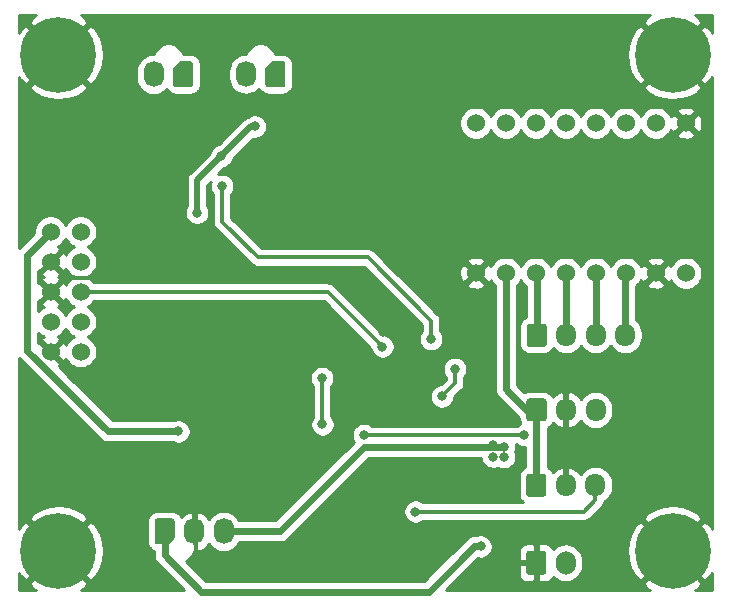
<source format=gbr>
G04 #@! TF.GenerationSoftware,KiCad,Pcbnew,(5.1.5)-3*
G04 #@! TF.CreationDate,2020-05-31T15:00:20+02:00*
G04 #@! TF.ProjectId,Systeme_de_r_cuperation_de_goblets,53797374-656d-4655-9f64-655f72e96375,rev?*
G04 #@! TF.SameCoordinates,Original*
G04 #@! TF.FileFunction,Copper,L2,Bot*
G04 #@! TF.FilePolarity,Positive*
%FSLAX46Y46*%
G04 Gerber Fmt 4.6, Leading zero omitted, Abs format (unit mm)*
G04 Created by KiCad (PCBNEW (5.1.5)-3) date 2020-05-31 15:00:20*
%MOMM*%
%LPD*%
G04 APERTURE LIST*
%ADD10O,1.700000X1.950000*%
%ADD11C,0.100000*%
%ADD12O,1.700000X2.200000*%
%ADD13C,0.800000*%
%ADD14C,6.400000*%
%ADD15C,1.524000*%
%ADD16O,1.700000X2.000000*%
%ADD17C,0.300000*%
%ADD18C,0.600000*%
%ADD19C,0.500000*%
%ADD20C,0.254000*%
G04 APERTURE END LIST*
D10*
X79480000Y-119060000D03*
X76980000Y-119060000D03*
G04 #@! TA.AperFunction,ComponentPad*
D11*
G36*
X75104504Y-118086204D02*
G01*
X75128773Y-118089804D01*
X75152571Y-118095765D01*
X75175671Y-118104030D01*
X75197849Y-118114520D01*
X75218893Y-118127133D01*
X75238598Y-118141747D01*
X75256777Y-118158223D01*
X75273253Y-118176402D01*
X75287867Y-118196107D01*
X75300480Y-118217151D01*
X75310970Y-118239329D01*
X75319235Y-118262429D01*
X75325196Y-118286227D01*
X75328796Y-118310496D01*
X75330000Y-118335000D01*
X75330000Y-119785000D01*
X75328796Y-119809504D01*
X75325196Y-119833773D01*
X75319235Y-119857571D01*
X75310970Y-119880671D01*
X75300480Y-119902849D01*
X75287867Y-119923893D01*
X75273253Y-119943598D01*
X75256777Y-119961777D01*
X75238598Y-119978253D01*
X75218893Y-119992867D01*
X75197849Y-120005480D01*
X75175671Y-120015970D01*
X75152571Y-120024235D01*
X75128773Y-120030196D01*
X75104504Y-120033796D01*
X75080000Y-120035000D01*
X73880000Y-120035000D01*
X73855496Y-120033796D01*
X73831227Y-120030196D01*
X73807429Y-120024235D01*
X73784329Y-120015970D01*
X73762151Y-120005480D01*
X73741107Y-119992867D01*
X73721402Y-119978253D01*
X73703223Y-119961777D01*
X73686747Y-119943598D01*
X73672133Y-119923893D01*
X73659520Y-119902849D01*
X73649030Y-119880671D01*
X73640765Y-119857571D01*
X73634804Y-119833773D01*
X73631204Y-119809504D01*
X73630000Y-119785000D01*
X73630000Y-118335000D01*
X73631204Y-118310496D01*
X73634804Y-118286227D01*
X73640765Y-118262429D01*
X73649030Y-118239329D01*
X73659520Y-118217151D01*
X73672133Y-118196107D01*
X73686747Y-118176402D01*
X73703223Y-118158223D01*
X73721402Y-118141747D01*
X73741107Y-118127133D01*
X73762151Y-118114520D01*
X73784329Y-118104030D01*
X73807429Y-118095765D01*
X73831227Y-118089804D01*
X73855496Y-118086204D01*
X73880000Y-118085000D01*
X75080000Y-118085000D01*
X75104504Y-118086204D01*
G37*
G04 #@! TD.AperFunction*
D10*
X79460000Y-125440000D03*
X76960000Y-125440000D03*
G04 #@! TA.AperFunction,ComponentPad*
D11*
G36*
X75084504Y-124466204D02*
G01*
X75108773Y-124469804D01*
X75132571Y-124475765D01*
X75155671Y-124484030D01*
X75177849Y-124494520D01*
X75198893Y-124507133D01*
X75218598Y-124521747D01*
X75236777Y-124538223D01*
X75253253Y-124556402D01*
X75267867Y-124576107D01*
X75280480Y-124597151D01*
X75290970Y-124619329D01*
X75299235Y-124642429D01*
X75305196Y-124666227D01*
X75308796Y-124690496D01*
X75310000Y-124715000D01*
X75310000Y-126165000D01*
X75308796Y-126189504D01*
X75305196Y-126213773D01*
X75299235Y-126237571D01*
X75290970Y-126260671D01*
X75280480Y-126282849D01*
X75267867Y-126303893D01*
X75253253Y-126323598D01*
X75236777Y-126341777D01*
X75218598Y-126358253D01*
X75198893Y-126372867D01*
X75177849Y-126385480D01*
X75155671Y-126395970D01*
X75132571Y-126404235D01*
X75108773Y-126410196D01*
X75084504Y-126413796D01*
X75060000Y-126415000D01*
X73860000Y-126415000D01*
X73835496Y-126413796D01*
X73811227Y-126410196D01*
X73787429Y-126404235D01*
X73764329Y-126395970D01*
X73742151Y-126385480D01*
X73721107Y-126372867D01*
X73701402Y-126358253D01*
X73683223Y-126341777D01*
X73666747Y-126323598D01*
X73652133Y-126303893D01*
X73639520Y-126282849D01*
X73629030Y-126260671D01*
X73620765Y-126237571D01*
X73614804Y-126213773D01*
X73611204Y-126189504D01*
X73610000Y-126165000D01*
X73610000Y-124715000D01*
X73611204Y-124690496D01*
X73614804Y-124666227D01*
X73620765Y-124642429D01*
X73629030Y-124619329D01*
X73639520Y-124597151D01*
X73652133Y-124576107D01*
X73666747Y-124556402D01*
X73683223Y-124538223D01*
X73701402Y-124521747D01*
X73721107Y-124507133D01*
X73742151Y-124494520D01*
X73764329Y-124484030D01*
X73787429Y-124475765D01*
X73811227Y-124469804D01*
X73835496Y-124466204D01*
X73860000Y-124465000D01*
X75060000Y-124465000D01*
X75084504Y-124466204D01*
G37*
G04 #@! TD.AperFunction*
D10*
X81990000Y-112740000D03*
X79490000Y-112740000D03*
X76990000Y-112740000D03*
G04 #@! TA.AperFunction,ComponentPad*
D11*
G36*
X75114504Y-111766204D02*
G01*
X75138773Y-111769804D01*
X75162571Y-111775765D01*
X75185671Y-111784030D01*
X75207849Y-111794520D01*
X75228893Y-111807133D01*
X75248598Y-111821747D01*
X75266777Y-111838223D01*
X75283253Y-111856402D01*
X75297867Y-111876107D01*
X75310480Y-111897151D01*
X75320970Y-111919329D01*
X75329235Y-111942429D01*
X75335196Y-111966227D01*
X75338796Y-111990496D01*
X75340000Y-112015000D01*
X75340000Y-113465000D01*
X75338796Y-113489504D01*
X75335196Y-113513773D01*
X75329235Y-113537571D01*
X75320970Y-113560671D01*
X75310480Y-113582849D01*
X75297867Y-113603893D01*
X75283253Y-113623598D01*
X75266777Y-113641777D01*
X75248598Y-113658253D01*
X75228893Y-113672867D01*
X75207849Y-113685480D01*
X75185671Y-113695970D01*
X75162571Y-113704235D01*
X75138773Y-113710196D01*
X75114504Y-113713796D01*
X75090000Y-113715000D01*
X73890000Y-113715000D01*
X73865496Y-113713796D01*
X73841227Y-113710196D01*
X73817429Y-113704235D01*
X73794329Y-113695970D01*
X73772151Y-113685480D01*
X73751107Y-113672867D01*
X73731402Y-113658253D01*
X73713223Y-113641777D01*
X73696747Y-113623598D01*
X73682133Y-113603893D01*
X73669520Y-113582849D01*
X73659030Y-113560671D01*
X73650765Y-113537571D01*
X73644804Y-113513773D01*
X73641204Y-113489504D01*
X73640000Y-113465000D01*
X73640000Y-112015000D01*
X73641204Y-111990496D01*
X73644804Y-111966227D01*
X73650765Y-111942429D01*
X73659030Y-111919329D01*
X73669520Y-111897151D01*
X73682133Y-111876107D01*
X73696747Y-111856402D01*
X73713223Y-111838223D01*
X73731402Y-111821747D01*
X73751107Y-111807133D01*
X73772151Y-111794520D01*
X73794329Y-111784030D01*
X73817429Y-111775765D01*
X73841227Y-111769804D01*
X73865496Y-111766204D01*
X73890000Y-111765000D01*
X75090000Y-111765000D01*
X75114504Y-111766204D01*
G37*
G04 #@! TD.AperFunction*
D12*
X48000000Y-129350000D03*
X45500000Y-129350000D03*
G04 #@! TA.AperFunction,ComponentPad*
D11*
G36*
X42154804Y-128451227D02*
G01*
X42169030Y-128404329D01*
X42192133Y-128361107D01*
X42223223Y-128323223D01*
X42261107Y-128292133D01*
X42304329Y-128269030D01*
X42351227Y-128254804D01*
X42400000Y-128250000D01*
X43600000Y-128250000D01*
X43648773Y-128254804D01*
X43695671Y-128269030D01*
X43738893Y-128292133D01*
X43776777Y-128323223D01*
X43807867Y-128361107D01*
X43830970Y-128404329D01*
X43845196Y-128451227D01*
X43850000Y-128500000D01*
X43850000Y-129800000D01*
X43845196Y-129848773D01*
X43830970Y-129895671D01*
X43807867Y-129938893D01*
X43776777Y-129976777D01*
X43376777Y-130376777D01*
X43338893Y-130407867D01*
X43295671Y-130430970D01*
X43248773Y-130445196D01*
X43200000Y-130450000D01*
X42400000Y-130450000D01*
X42351227Y-130445196D01*
X42304329Y-130430970D01*
X42261107Y-130407867D01*
X42223223Y-130376777D01*
X42192133Y-130338893D01*
X42169030Y-130295671D01*
X42154804Y-130248773D01*
X42150000Y-130200000D01*
X42150000Y-128500000D01*
X42154804Y-128451227D01*
G37*
G04 #@! TD.AperFunction*
G04 #@! TA.AperFunction,ComponentPad*
G36*
X53225196Y-91538773D02*
G01*
X53210970Y-91585671D01*
X53187867Y-91628893D01*
X53156777Y-91666777D01*
X53118893Y-91697867D01*
X53075671Y-91720970D01*
X53028773Y-91735196D01*
X52980000Y-91740000D01*
X51780000Y-91740000D01*
X51731227Y-91735196D01*
X51684329Y-91720970D01*
X51641107Y-91697867D01*
X51603223Y-91666777D01*
X51572133Y-91628893D01*
X51549030Y-91585671D01*
X51534804Y-91538773D01*
X51530000Y-91490000D01*
X51530000Y-90190000D01*
X51534804Y-90141227D01*
X51549030Y-90094329D01*
X51572133Y-90051107D01*
X51603223Y-90013223D01*
X52003223Y-89613223D01*
X52041107Y-89582133D01*
X52084329Y-89559030D01*
X52131227Y-89544804D01*
X52180000Y-89540000D01*
X52980000Y-89540000D01*
X53028773Y-89544804D01*
X53075671Y-89559030D01*
X53118893Y-89582133D01*
X53156777Y-89613223D01*
X53187867Y-89651107D01*
X53210970Y-89694329D01*
X53225196Y-89741227D01*
X53230000Y-89790000D01*
X53230000Y-91490000D01*
X53225196Y-91538773D01*
G37*
G04 #@! TD.AperFunction*
D12*
X49880000Y-90640000D03*
G04 #@! TA.AperFunction,ComponentPad*
D11*
G36*
X45415196Y-91548773D02*
G01*
X45400970Y-91595671D01*
X45377867Y-91638893D01*
X45346777Y-91676777D01*
X45308893Y-91707867D01*
X45265671Y-91730970D01*
X45218773Y-91745196D01*
X45170000Y-91750000D01*
X43970000Y-91750000D01*
X43921227Y-91745196D01*
X43874329Y-91730970D01*
X43831107Y-91707867D01*
X43793223Y-91676777D01*
X43762133Y-91638893D01*
X43739030Y-91595671D01*
X43724804Y-91548773D01*
X43720000Y-91500000D01*
X43720000Y-90200000D01*
X43724804Y-90151227D01*
X43739030Y-90104329D01*
X43762133Y-90061107D01*
X43793223Y-90023223D01*
X44193223Y-89623223D01*
X44231107Y-89592133D01*
X44274329Y-89569030D01*
X44321227Y-89554804D01*
X44370000Y-89550000D01*
X45170000Y-89550000D01*
X45218773Y-89554804D01*
X45265671Y-89569030D01*
X45308893Y-89592133D01*
X45346777Y-89623223D01*
X45377867Y-89661107D01*
X45400970Y-89704329D01*
X45415196Y-89751227D01*
X45420000Y-89800000D01*
X45420000Y-91500000D01*
X45415196Y-91548773D01*
G37*
G04 #@! TD.AperFunction*
D12*
X42070000Y-90650000D03*
D13*
X87697056Y-129302944D03*
X86000000Y-128600000D03*
X84302944Y-129302944D03*
X83600000Y-131000000D03*
X84302944Y-132697056D03*
X86000000Y-133400000D03*
X87697056Y-132697056D03*
X88400000Y-131000000D03*
D14*
X86000000Y-131000000D03*
D13*
X87697056Y-87302944D03*
X86000000Y-86600000D03*
X84302944Y-87302944D03*
X83600000Y-89000000D03*
X84302944Y-90697056D03*
X86000000Y-91400000D03*
X87697056Y-90697056D03*
X88400000Y-89000000D03*
D14*
X86000000Y-89000000D03*
D15*
X35890000Y-114140000D03*
X33350000Y-114140000D03*
X35890000Y-111600000D03*
X33350000Y-111600000D03*
X35890000Y-109060000D03*
X33350000Y-109060000D03*
X35890000Y-106520000D03*
X33350000Y-106520000D03*
X35890000Y-103980000D03*
X33350000Y-103980000D03*
D16*
X76950000Y-132010000D03*
G04 #@! TA.AperFunction,ComponentPad*
D11*
G36*
X75074504Y-131011204D02*
G01*
X75098773Y-131014804D01*
X75122571Y-131020765D01*
X75145671Y-131029030D01*
X75167849Y-131039520D01*
X75188893Y-131052133D01*
X75208598Y-131066747D01*
X75226777Y-131083223D01*
X75243253Y-131101402D01*
X75257867Y-131121107D01*
X75270480Y-131142151D01*
X75280970Y-131164329D01*
X75289235Y-131187429D01*
X75295196Y-131211227D01*
X75298796Y-131235496D01*
X75300000Y-131260000D01*
X75300000Y-132760000D01*
X75298796Y-132784504D01*
X75295196Y-132808773D01*
X75289235Y-132832571D01*
X75280970Y-132855671D01*
X75270480Y-132877849D01*
X75257867Y-132898893D01*
X75243253Y-132918598D01*
X75226777Y-132936777D01*
X75208598Y-132953253D01*
X75188893Y-132967867D01*
X75167849Y-132980480D01*
X75145671Y-132990970D01*
X75122571Y-132999235D01*
X75098773Y-133005196D01*
X75074504Y-133008796D01*
X75050000Y-133010000D01*
X73850000Y-133010000D01*
X73825496Y-133008796D01*
X73801227Y-133005196D01*
X73777429Y-132999235D01*
X73754329Y-132990970D01*
X73732151Y-132980480D01*
X73711107Y-132967867D01*
X73691402Y-132953253D01*
X73673223Y-132936777D01*
X73656747Y-132918598D01*
X73642133Y-132898893D01*
X73629520Y-132877849D01*
X73619030Y-132855671D01*
X73610765Y-132832571D01*
X73604804Y-132808773D01*
X73601204Y-132784504D01*
X73600000Y-132760000D01*
X73600000Y-131260000D01*
X73601204Y-131235496D01*
X73604804Y-131211227D01*
X73610765Y-131187429D01*
X73619030Y-131164329D01*
X73629520Y-131142151D01*
X73642133Y-131121107D01*
X73656747Y-131101402D01*
X73673223Y-131083223D01*
X73691402Y-131066747D01*
X73711107Y-131052133D01*
X73732151Y-131039520D01*
X73754329Y-131029030D01*
X73777429Y-131020765D01*
X73801227Y-131014804D01*
X73825496Y-131011204D01*
X73850000Y-131010000D01*
X75050000Y-131010000D01*
X75074504Y-131011204D01*
G37*
G04 #@! TD.AperFunction*
D15*
X69350000Y-107480000D03*
X71890000Y-107480000D03*
X74430000Y-107480000D03*
X76970000Y-107480000D03*
X79510000Y-107480000D03*
X82050000Y-107480000D03*
X84590000Y-107480000D03*
X87130000Y-107480000D03*
X71890000Y-94780000D03*
X74430000Y-94780000D03*
X76970000Y-94780000D03*
X79510000Y-94780000D03*
X82050000Y-94780000D03*
X84590000Y-94780000D03*
X87130000Y-94780000D03*
X69350000Y-94780000D03*
D13*
X35697056Y-87302944D03*
X34000000Y-86600000D03*
X32302944Y-87302944D03*
X31600000Y-89000000D03*
X32302944Y-90697056D03*
X34000000Y-91400000D03*
X35697056Y-90697056D03*
X36400000Y-89000000D03*
D14*
X34000000Y-89000000D03*
D13*
X35697056Y-129302944D03*
X34000000Y-128600000D03*
X32302944Y-129302944D03*
X31600000Y-131000000D03*
X32302944Y-132697056D03*
X34000000Y-133400000D03*
X35697056Y-132697056D03*
X36400000Y-131000000D03*
D14*
X34000000Y-131000000D03*
D13*
X61450000Y-112480000D03*
X56869988Y-107900000D03*
X45500000Y-114025000D03*
X44170000Y-120880000D03*
X45740000Y-102370000D03*
X47805000Y-97565000D03*
X50630000Y-95070000D03*
X69750000Y-130620000D03*
X71740000Y-122180000D03*
X71740000Y-123050000D03*
X70820000Y-123030000D03*
X70780000Y-122070000D03*
X61440000Y-113710000D03*
X56330000Y-116380000D03*
X56350000Y-120290000D03*
X64229994Y-127680000D03*
X73460000Y-121200000D03*
X59870000Y-121190000D03*
X65560000Y-113070000D03*
X47860000Y-100100000D03*
X67579998Y-115590000D03*
X66470000Y-117930000D03*
D17*
X61450000Y-112480000D02*
X56870001Y-107900000D01*
X56870001Y-107900000D02*
X56869988Y-107900000D01*
X34111999Y-107281999D02*
X33350000Y-106520000D01*
X56869988Y-107900000D02*
X34730000Y-107900000D01*
X34730000Y-107900000D02*
X34111999Y-107281999D01*
D18*
X31380000Y-114037762D02*
X31380000Y-105950000D01*
X44170000Y-120880000D02*
X38222238Y-120880000D01*
X38222238Y-120880000D02*
X31380000Y-114037762D01*
D19*
X45740000Y-102370000D02*
X45740000Y-99630000D01*
X45740000Y-99630000D02*
X47805000Y-97565000D01*
X50300000Y-95070000D02*
X47805000Y-97565000D01*
X50630000Y-95070000D02*
X50300000Y-95070000D01*
D18*
X31380000Y-105950000D02*
X33350000Y-103980000D01*
X73630000Y-119060000D02*
X74480000Y-119060000D01*
X71890000Y-117320000D02*
X73630000Y-119060000D01*
X71890000Y-107480000D02*
X71890000Y-117320000D01*
X74480000Y-125420000D02*
X74460000Y-125440000D01*
X74480000Y-119060000D02*
X74480000Y-125420000D01*
X43000000Y-131370000D02*
X43000000Y-130450000D01*
X46104990Y-134474990D02*
X43000000Y-131370000D01*
X69750000Y-130620000D02*
X69184315Y-130620000D01*
X69184315Y-130620000D02*
X67964314Y-131840001D01*
X67964314Y-131855686D02*
X65345010Y-134474990D01*
X67964314Y-131840001D02*
X67964314Y-131855686D01*
X43000000Y-130450000D02*
X43000000Y-129350000D01*
X65345010Y-134474990D02*
X46104990Y-134474990D01*
X59912002Y-122180000D02*
X71174315Y-122180000D01*
X48000000Y-129350000D02*
X52742002Y-129350000D01*
X71174315Y-122180000D02*
X71740000Y-122180000D01*
X52742002Y-129350000D02*
X59912002Y-122180000D01*
D17*
X56790000Y-109060000D02*
X61040001Y-113310001D01*
X61040001Y-113310001D02*
X61440000Y-113710000D01*
X35890000Y-109060000D02*
X56790000Y-109060000D01*
D18*
X81990000Y-107540000D02*
X82050000Y-107480000D01*
X81990000Y-112740000D02*
X81990000Y-107540000D01*
X79510000Y-112720000D02*
X79490000Y-112740000D01*
X79510000Y-107480000D02*
X79510000Y-112720000D01*
X76990000Y-107500000D02*
X76970000Y-107480000D01*
X76990000Y-112740000D02*
X76990000Y-107500000D01*
X74490000Y-107540000D02*
X74430000Y-107480000D01*
X74490000Y-112740000D02*
X74490000Y-107540000D01*
X79460000Y-125440000D02*
X79460000Y-125565000D01*
D17*
X56330000Y-116380000D02*
X56350000Y-116400000D01*
X56330000Y-116380000D02*
X56330000Y-120270000D01*
X56330000Y-120270000D02*
X56350000Y-120290000D01*
X78495000Y-127680000D02*
X64795679Y-127680000D01*
X79460000Y-126715000D02*
X78495000Y-127680000D01*
X64795679Y-127680000D02*
X64229994Y-127680000D01*
X79460000Y-125440000D02*
X79460000Y-126715000D01*
X73460000Y-121200000D02*
X59880000Y-121200000D01*
X59880000Y-121200000D02*
X59870000Y-121190000D01*
X65560000Y-111510000D02*
X65560000Y-113070000D01*
X60210000Y-106160000D02*
X65560000Y-111510000D01*
X50880000Y-106160000D02*
X60210000Y-106160000D01*
X47860000Y-100100000D02*
X47860000Y-103140000D01*
X47860000Y-103140000D02*
X50880000Y-106160000D01*
X67579998Y-116820002D02*
X66470000Y-117930000D01*
X67579998Y-115590000D02*
X67579998Y-116820002D01*
D20*
G36*
X31879330Y-85782445D02*
G01*
X31838912Y-85809452D01*
X31478724Y-86299119D01*
X34000000Y-88820395D01*
X36521276Y-86299119D01*
X36161088Y-85809452D01*
X35885675Y-85660000D01*
X84111926Y-85660000D01*
X83879330Y-85782445D01*
X83838912Y-85809452D01*
X83478724Y-86299119D01*
X86000000Y-88820395D01*
X88521276Y-86299119D01*
X88161088Y-85809452D01*
X87885675Y-85660000D01*
X89340001Y-85660000D01*
X89340001Y-87111927D01*
X89217555Y-86879330D01*
X89190548Y-86838912D01*
X88700881Y-86478724D01*
X86179605Y-89000000D01*
X88700881Y-91521276D01*
X89190548Y-91161088D01*
X89340001Y-90885673D01*
X89340000Y-129111926D01*
X89217555Y-128879330D01*
X89190548Y-128838912D01*
X88700881Y-128478724D01*
X86179605Y-131000000D01*
X88700881Y-133521276D01*
X89190548Y-133161088D01*
X89340000Y-132885675D01*
X89340000Y-134340000D01*
X87888074Y-134340000D01*
X88120670Y-134217555D01*
X88161088Y-134190548D01*
X88521276Y-133700881D01*
X86000000Y-131179605D01*
X83478724Y-133700881D01*
X83838912Y-134190548D01*
X84114325Y-134340000D01*
X66802289Y-134340000D01*
X68132289Y-133010000D01*
X72961928Y-133010000D01*
X72974188Y-133134482D01*
X73010498Y-133254180D01*
X73069463Y-133364494D01*
X73148815Y-133461185D01*
X73245506Y-133540537D01*
X73355820Y-133599502D01*
X73475518Y-133635812D01*
X73600000Y-133648072D01*
X74164250Y-133645000D01*
X74323000Y-133486250D01*
X74323000Y-132137000D01*
X73123750Y-132137000D01*
X72965000Y-132295750D01*
X72961928Y-133010000D01*
X68132289Y-133010000D01*
X68592978Y-132549312D01*
X68628658Y-132520030D01*
X68729729Y-132396875D01*
X69500880Y-131625724D01*
X69648061Y-131655000D01*
X69851939Y-131655000D01*
X70051898Y-131615226D01*
X70240256Y-131537205D01*
X70409774Y-131423937D01*
X70553937Y-131279774D01*
X70667205Y-131110256D01*
X70708732Y-131010000D01*
X72961928Y-131010000D01*
X72965000Y-131724250D01*
X73123750Y-131883000D01*
X74323000Y-131883000D01*
X74323000Y-130533750D01*
X74577000Y-130533750D01*
X74577000Y-131883000D01*
X74597000Y-131883000D01*
X74597000Y-132137000D01*
X74577000Y-132137000D01*
X74577000Y-133486250D01*
X74735750Y-133645000D01*
X75300000Y-133648072D01*
X75424482Y-133635812D01*
X75544180Y-133599502D01*
X75654494Y-133540537D01*
X75751185Y-133461185D01*
X75830537Y-133364494D01*
X75889502Y-133254180D01*
X75900055Y-133219392D01*
X76120987Y-133400706D01*
X76378967Y-133538599D01*
X76658890Y-133623513D01*
X76950000Y-133652185D01*
X77241111Y-133623513D01*
X77521034Y-133538599D01*
X77779014Y-133400706D01*
X78005134Y-133215134D01*
X78190706Y-132989014D01*
X78328599Y-132731033D01*
X78413513Y-132451110D01*
X78435000Y-132232949D01*
X78435000Y-131787050D01*
X78413513Y-131568889D01*
X78328599Y-131288966D01*
X78190706Y-131030986D01*
X78145330Y-130975695D01*
X82146520Y-130975695D01*
X82215822Y-131727938D01*
X82430548Y-132452208D01*
X82782445Y-133120670D01*
X82809452Y-133161088D01*
X83299119Y-133521276D01*
X85820395Y-131000000D01*
X83299119Y-128478724D01*
X82809452Y-128838912D01*
X82449151Y-129502882D01*
X82225306Y-130224385D01*
X82146520Y-130975695D01*
X78145330Y-130975695D01*
X78005134Y-130804866D01*
X77779013Y-130619294D01*
X77521033Y-130481401D01*
X77241110Y-130396487D01*
X76950000Y-130367815D01*
X76658889Y-130396487D01*
X76378966Y-130481401D01*
X76120986Y-130619294D01*
X75900055Y-130800608D01*
X75889502Y-130765820D01*
X75830537Y-130655506D01*
X75751185Y-130558815D01*
X75654494Y-130479463D01*
X75544180Y-130420498D01*
X75424482Y-130384188D01*
X75300000Y-130371928D01*
X74735750Y-130375000D01*
X74577000Y-130533750D01*
X74323000Y-130533750D01*
X74164250Y-130375000D01*
X73600000Y-130371928D01*
X73475518Y-130384188D01*
X73355820Y-130420498D01*
X73245506Y-130479463D01*
X73148815Y-130558815D01*
X73069463Y-130655506D01*
X73010498Y-130765820D01*
X72974188Y-130885518D01*
X72961928Y-131010000D01*
X70708732Y-131010000D01*
X70745226Y-130921898D01*
X70785000Y-130721939D01*
X70785000Y-130518061D01*
X70745226Y-130318102D01*
X70667205Y-130129744D01*
X70553937Y-129960226D01*
X70409774Y-129816063D01*
X70240256Y-129702795D01*
X70051898Y-129624774D01*
X69851939Y-129585000D01*
X69648061Y-129585000D01*
X69448102Y-129624774D01*
X69302705Y-129685000D01*
X69230247Y-129685000D01*
X69184315Y-129680476D01*
X69138383Y-129685000D01*
X69001023Y-129698529D01*
X68824775Y-129751993D01*
X68662343Y-129838814D01*
X68519971Y-129955656D01*
X68490685Y-129991341D01*
X67335655Y-131146371D01*
X67299970Y-131175657D01*
X67198907Y-131298803D01*
X64957721Y-133539990D01*
X46492279Y-133539990D01*
X44803780Y-131851491D01*
X44858676Y-131828753D01*
X45069140Y-131688125D01*
X45248125Y-131509140D01*
X45388753Y-131298676D01*
X45485619Y-131064821D01*
X45535000Y-130816561D01*
X45535000Y-130563439D01*
X45485619Y-130315179D01*
X45388753Y-130081324D01*
X45373000Y-130057748D01*
X45373000Y-129477000D01*
X45353000Y-129477000D01*
X45353000Y-129223000D01*
X45373000Y-129223000D01*
X45373000Y-127779845D01*
X45627000Y-127779845D01*
X45627000Y-129223000D01*
X45647000Y-129223000D01*
X45647000Y-129477000D01*
X45627000Y-129477000D01*
X45627000Y-130920155D01*
X45856890Y-131041476D01*
X45967493Y-131020357D01*
X46235608Y-130901862D01*
X46475454Y-130733337D01*
X46677814Y-130521259D01*
X46748815Y-130409408D01*
X46759294Y-130429014D01*
X46944866Y-130655134D01*
X47170987Y-130840706D01*
X47428967Y-130978599D01*
X47708890Y-131063513D01*
X48000000Y-131092185D01*
X48291111Y-131063513D01*
X48571034Y-130978599D01*
X48829014Y-130840706D01*
X49055134Y-130655134D01*
X49240706Y-130429014D01*
X49317683Y-130285000D01*
X52696070Y-130285000D01*
X52742002Y-130289524D01*
X52787934Y-130285000D01*
X52925294Y-130271471D01*
X53101542Y-130218007D01*
X53263974Y-130131186D01*
X53406346Y-130014344D01*
X53435632Y-129978659D01*
X60299292Y-123115000D01*
X69785000Y-123115000D01*
X69785000Y-123131939D01*
X69824774Y-123331898D01*
X69902795Y-123520256D01*
X70016063Y-123689774D01*
X70160226Y-123833937D01*
X70329744Y-123947205D01*
X70518102Y-124025226D01*
X70718061Y-124065000D01*
X70921939Y-124065000D01*
X71121898Y-124025226D01*
X71255858Y-123969738D01*
X71438102Y-124045226D01*
X71638061Y-124085000D01*
X71841939Y-124085000D01*
X72041898Y-124045226D01*
X72230256Y-123967205D01*
X72399774Y-123853937D01*
X72543937Y-123709774D01*
X72657205Y-123540256D01*
X72735226Y-123351898D01*
X72775000Y-123151939D01*
X72775000Y-122948061D01*
X72735226Y-122748102D01*
X72680093Y-122615000D01*
X72735226Y-122481898D01*
X72775000Y-122281939D01*
X72775000Y-122078061D01*
X72756489Y-121985000D01*
X72781289Y-121985000D01*
X72800226Y-122003937D01*
X72969744Y-122117205D01*
X73158102Y-122195226D01*
X73358061Y-122235000D01*
X73545000Y-122235000D01*
X73545001Y-123886990D01*
X73520150Y-123894528D01*
X73366614Y-123976595D01*
X73232038Y-124087038D01*
X73121595Y-124221614D01*
X73039528Y-124375150D01*
X72988992Y-124541746D01*
X72971928Y-124715000D01*
X72971928Y-126165000D01*
X72988992Y-126338254D01*
X73039528Y-126504850D01*
X73121595Y-126658386D01*
X73232038Y-126792962D01*
X73356372Y-126895000D01*
X64908705Y-126895000D01*
X64889768Y-126876063D01*
X64720250Y-126762795D01*
X64531892Y-126684774D01*
X64331933Y-126645000D01*
X64128055Y-126645000D01*
X63928096Y-126684774D01*
X63739738Y-126762795D01*
X63570220Y-126876063D01*
X63426057Y-127020226D01*
X63312789Y-127189744D01*
X63234768Y-127378102D01*
X63194994Y-127578061D01*
X63194994Y-127781939D01*
X63234768Y-127981898D01*
X63312789Y-128170256D01*
X63426057Y-128339774D01*
X63570220Y-128483937D01*
X63739738Y-128597205D01*
X63928096Y-128675226D01*
X64128055Y-128715000D01*
X64331933Y-128715000D01*
X64531892Y-128675226D01*
X64720250Y-128597205D01*
X64889768Y-128483937D01*
X64908705Y-128465000D01*
X78456447Y-128465000D01*
X78495000Y-128468797D01*
X78533553Y-128465000D01*
X78533561Y-128465000D01*
X78648887Y-128453641D01*
X78796860Y-128408754D01*
X78933233Y-128335862D01*
X78978003Y-128299119D01*
X83478724Y-128299119D01*
X86000000Y-130820395D01*
X88521276Y-128299119D01*
X88161088Y-127809452D01*
X87497118Y-127449151D01*
X86775615Y-127225306D01*
X86024305Y-127146520D01*
X85272062Y-127215822D01*
X84547792Y-127430548D01*
X83879330Y-127782445D01*
X83838912Y-127809452D01*
X83478724Y-128299119D01*
X78978003Y-128299119D01*
X79052764Y-128237764D01*
X79077347Y-128207810D01*
X79987815Y-127297343D01*
X80017764Y-127272764D01*
X80043203Y-127241768D01*
X80066450Y-127213441D01*
X80115862Y-127153233D01*
X80188754Y-127016860D01*
X80208658Y-126951246D01*
X80233641Y-126868888D01*
X80237132Y-126833437D01*
X80289014Y-126805706D01*
X80515134Y-126620134D01*
X80700706Y-126394014D01*
X80838599Y-126136033D01*
X80923513Y-125856110D01*
X80945000Y-125637949D01*
X80945000Y-125242050D01*
X80923513Y-125023889D01*
X80838599Y-124743966D01*
X80700706Y-124485986D01*
X80515134Y-124259866D01*
X80289013Y-124074294D01*
X80031033Y-123936401D01*
X79751110Y-123851487D01*
X79460000Y-123822815D01*
X79168889Y-123851487D01*
X78888966Y-123936401D01*
X78630986Y-124074294D01*
X78404866Y-124259866D01*
X78219294Y-124485987D01*
X78205538Y-124511722D01*
X78049049Y-124305571D01*
X77831193Y-124112504D01*
X77579858Y-123965648D01*
X77316890Y-123873524D01*
X77087000Y-123994845D01*
X77087000Y-125313000D01*
X77107000Y-125313000D01*
X77107000Y-125567000D01*
X77087000Y-125567000D01*
X77087000Y-125587000D01*
X76833000Y-125587000D01*
X76833000Y-125567000D01*
X76813000Y-125567000D01*
X76813000Y-125313000D01*
X76833000Y-125313000D01*
X76833000Y-123994845D01*
X76603110Y-123873524D01*
X76340142Y-123965648D01*
X76088807Y-124112504D01*
X75870951Y-124305571D01*
X75854714Y-124326961D01*
X75798405Y-124221614D01*
X75687962Y-124087038D01*
X75553386Y-123976595D01*
X75415000Y-123902626D01*
X75415000Y-120606943D01*
X75419850Y-120605472D01*
X75573386Y-120523405D01*
X75707962Y-120412962D01*
X75818405Y-120278386D01*
X75874714Y-120173039D01*
X75890951Y-120194429D01*
X76108807Y-120387496D01*
X76360142Y-120534352D01*
X76623110Y-120626476D01*
X76853000Y-120505155D01*
X76853000Y-119187000D01*
X76833000Y-119187000D01*
X76833000Y-118933000D01*
X76853000Y-118933000D01*
X76853000Y-117614845D01*
X77107000Y-117614845D01*
X77107000Y-118933000D01*
X77127000Y-118933000D01*
X77127000Y-119187000D01*
X77107000Y-119187000D01*
X77107000Y-120505155D01*
X77336890Y-120626476D01*
X77599858Y-120534352D01*
X77851193Y-120387496D01*
X78069049Y-120194429D01*
X78225538Y-119988278D01*
X78239294Y-120014014D01*
X78424866Y-120240134D01*
X78650987Y-120425706D01*
X78908967Y-120563599D01*
X79188890Y-120648513D01*
X79480000Y-120677185D01*
X79771111Y-120648513D01*
X80051034Y-120563599D01*
X80309014Y-120425706D01*
X80535134Y-120240134D01*
X80720706Y-120014014D01*
X80858599Y-119756033D01*
X80943513Y-119476110D01*
X80965000Y-119257949D01*
X80965000Y-118862050D01*
X80943513Y-118643889D01*
X80858599Y-118363966D01*
X80720706Y-118105986D01*
X80535134Y-117879866D01*
X80309013Y-117694294D01*
X80051033Y-117556401D01*
X79771110Y-117471487D01*
X79480000Y-117442815D01*
X79188889Y-117471487D01*
X78908966Y-117556401D01*
X78650986Y-117694294D01*
X78424866Y-117879866D01*
X78239294Y-118105987D01*
X78225538Y-118131722D01*
X78069049Y-117925571D01*
X77851193Y-117732504D01*
X77599858Y-117585648D01*
X77336890Y-117493524D01*
X77107000Y-117614845D01*
X76853000Y-117614845D01*
X76623110Y-117493524D01*
X76360142Y-117585648D01*
X76108807Y-117732504D01*
X75890951Y-117925571D01*
X75874714Y-117946961D01*
X75818405Y-117841614D01*
X75707962Y-117707038D01*
X75573386Y-117596595D01*
X75419850Y-117514528D01*
X75253254Y-117463992D01*
X75080000Y-117446928D01*
X73880000Y-117446928D01*
X73706746Y-117463992D01*
X73540150Y-117514528D01*
X73453261Y-117560972D01*
X72825000Y-116932711D01*
X72825000Y-108520655D01*
X72975120Y-108370535D01*
X73128005Y-108141727D01*
X73160000Y-108064485D01*
X73191995Y-108141727D01*
X73344880Y-108370535D01*
X73539465Y-108565120D01*
X73555001Y-108575501D01*
X73555000Y-111193057D01*
X73550150Y-111194528D01*
X73396614Y-111276595D01*
X73262038Y-111387038D01*
X73151595Y-111521614D01*
X73069528Y-111675150D01*
X73018992Y-111841746D01*
X73001928Y-112015000D01*
X73001928Y-113465000D01*
X73018992Y-113638254D01*
X73069528Y-113804850D01*
X73151595Y-113958386D01*
X73262038Y-114092962D01*
X73396614Y-114203405D01*
X73550150Y-114285472D01*
X73716746Y-114336008D01*
X73890000Y-114353072D01*
X75090000Y-114353072D01*
X75263254Y-114336008D01*
X75429850Y-114285472D01*
X75583386Y-114203405D01*
X75717962Y-114092962D01*
X75828405Y-113958386D01*
X75882777Y-113856663D01*
X75934866Y-113920134D01*
X76160987Y-114105706D01*
X76418967Y-114243599D01*
X76698890Y-114328513D01*
X76990000Y-114357185D01*
X77281111Y-114328513D01*
X77561034Y-114243599D01*
X77819014Y-114105706D01*
X78045134Y-113920134D01*
X78230706Y-113694014D01*
X78240000Y-113676626D01*
X78249294Y-113694014D01*
X78434866Y-113920134D01*
X78660987Y-114105706D01*
X78918967Y-114243599D01*
X79198890Y-114328513D01*
X79490000Y-114357185D01*
X79781111Y-114328513D01*
X80061034Y-114243599D01*
X80319014Y-114105706D01*
X80545134Y-113920134D01*
X80730706Y-113694014D01*
X80740000Y-113676626D01*
X80749294Y-113694014D01*
X80934866Y-113920134D01*
X81160987Y-114105706D01*
X81418967Y-114243599D01*
X81698890Y-114328513D01*
X81990000Y-114357185D01*
X82281111Y-114328513D01*
X82561034Y-114243599D01*
X82819014Y-114105706D01*
X83045134Y-113920134D01*
X83230706Y-113694014D01*
X83368599Y-113436033D01*
X83453513Y-113156110D01*
X83475000Y-112937949D01*
X83475000Y-112542050D01*
X83453513Y-112323889D01*
X83368599Y-112043966D01*
X83230706Y-111785986D01*
X83045134Y-111559866D01*
X82925000Y-111461275D01*
X82925000Y-108575500D01*
X82940535Y-108565120D01*
X83060090Y-108445565D01*
X83804040Y-108445565D01*
X83871020Y-108685656D01*
X84120048Y-108802756D01*
X84387135Y-108869023D01*
X84662017Y-108881910D01*
X84934133Y-108840922D01*
X85193023Y-108747636D01*
X85308980Y-108685656D01*
X85375960Y-108445565D01*
X84590000Y-107659605D01*
X83804040Y-108445565D01*
X83060090Y-108445565D01*
X83135120Y-108370535D01*
X83288005Y-108141727D01*
X83317692Y-108070057D01*
X83322364Y-108083023D01*
X83384344Y-108198980D01*
X83624435Y-108265960D01*
X84410395Y-107480000D01*
X84769605Y-107480000D01*
X85555565Y-108265960D01*
X85795656Y-108198980D01*
X85859485Y-108063240D01*
X85891995Y-108141727D01*
X86044880Y-108370535D01*
X86239465Y-108565120D01*
X86468273Y-108718005D01*
X86722510Y-108823314D01*
X86992408Y-108877000D01*
X87267592Y-108877000D01*
X87537490Y-108823314D01*
X87791727Y-108718005D01*
X88020535Y-108565120D01*
X88215120Y-108370535D01*
X88368005Y-108141727D01*
X88473314Y-107887490D01*
X88527000Y-107617592D01*
X88527000Y-107342408D01*
X88473314Y-107072510D01*
X88368005Y-106818273D01*
X88215120Y-106589465D01*
X88020535Y-106394880D01*
X87791727Y-106241995D01*
X87537490Y-106136686D01*
X87267592Y-106083000D01*
X86992408Y-106083000D01*
X86722510Y-106136686D01*
X86468273Y-106241995D01*
X86239465Y-106394880D01*
X86044880Y-106589465D01*
X85891995Y-106818273D01*
X85862308Y-106889943D01*
X85857636Y-106876977D01*
X85795656Y-106761020D01*
X85555565Y-106694040D01*
X84769605Y-107480000D01*
X84410395Y-107480000D01*
X83624435Y-106694040D01*
X83384344Y-106761020D01*
X83320515Y-106896760D01*
X83288005Y-106818273D01*
X83135120Y-106589465D01*
X83060090Y-106514435D01*
X83804040Y-106514435D01*
X84590000Y-107300395D01*
X85375960Y-106514435D01*
X85308980Y-106274344D01*
X85059952Y-106157244D01*
X84792865Y-106090977D01*
X84517983Y-106078090D01*
X84245867Y-106119078D01*
X83986977Y-106212364D01*
X83871020Y-106274344D01*
X83804040Y-106514435D01*
X83060090Y-106514435D01*
X82940535Y-106394880D01*
X82711727Y-106241995D01*
X82457490Y-106136686D01*
X82187592Y-106083000D01*
X81912408Y-106083000D01*
X81642510Y-106136686D01*
X81388273Y-106241995D01*
X81159465Y-106394880D01*
X80964880Y-106589465D01*
X80811995Y-106818273D01*
X80780000Y-106895515D01*
X80748005Y-106818273D01*
X80595120Y-106589465D01*
X80400535Y-106394880D01*
X80171727Y-106241995D01*
X79917490Y-106136686D01*
X79647592Y-106083000D01*
X79372408Y-106083000D01*
X79102510Y-106136686D01*
X78848273Y-106241995D01*
X78619465Y-106394880D01*
X78424880Y-106589465D01*
X78271995Y-106818273D01*
X78240000Y-106895515D01*
X78208005Y-106818273D01*
X78055120Y-106589465D01*
X77860535Y-106394880D01*
X77631727Y-106241995D01*
X77377490Y-106136686D01*
X77107592Y-106083000D01*
X76832408Y-106083000D01*
X76562510Y-106136686D01*
X76308273Y-106241995D01*
X76079465Y-106394880D01*
X75884880Y-106589465D01*
X75731995Y-106818273D01*
X75700000Y-106895515D01*
X75668005Y-106818273D01*
X75515120Y-106589465D01*
X75320535Y-106394880D01*
X75091727Y-106241995D01*
X74837490Y-106136686D01*
X74567592Y-106083000D01*
X74292408Y-106083000D01*
X74022510Y-106136686D01*
X73768273Y-106241995D01*
X73539465Y-106394880D01*
X73344880Y-106589465D01*
X73191995Y-106818273D01*
X73160000Y-106895515D01*
X73128005Y-106818273D01*
X72975120Y-106589465D01*
X72780535Y-106394880D01*
X72551727Y-106241995D01*
X72297490Y-106136686D01*
X72027592Y-106083000D01*
X71752408Y-106083000D01*
X71482510Y-106136686D01*
X71228273Y-106241995D01*
X70999465Y-106394880D01*
X70804880Y-106589465D01*
X70651995Y-106818273D01*
X70622308Y-106889943D01*
X70617636Y-106876977D01*
X70555656Y-106761020D01*
X70315565Y-106694040D01*
X69529605Y-107480000D01*
X70315565Y-108265960D01*
X70555656Y-108198980D01*
X70619485Y-108063240D01*
X70651995Y-108141727D01*
X70804880Y-108370535D01*
X70955000Y-108520655D01*
X70955001Y-117274058D01*
X70950476Y-117320000D01*
X70968529Y-117503291D01*
X71006402Y-117628141D01*
X71021994Y-117679540D01*
X71108815Y-117841972D01*
X71225657Y-117984344D01*
X71261336Y-118013625D01*
X72936370Y-119688659D01*
X72965656Y-119724344D01*
X72991928Y-119745905D01*
X72991928Y-119785000D01*
X73008992Y-119958254D01*
X73059528Y-120124850D01*
X73112373Y-120223716D01*
X72969744Y-120282795D01*
X72800226Y-120396063D01*
X72781289Y-120415000D01*
X60558711Y-120415000D01*
X60529774Y-120386063D01*
X60360256Y-120272795D01*
X60171898Y-120194774D01*
X59971939Y-120155000D01*
X59768061Y-120155000D01*
X59568102Y-120194774D01*
X59379744Y-120272795D01*
X59210226Y-120386063D01*
X59066063Y-120530226D01*
X58952795Y-120699744D01*
X58874774Y-120888102D01*
X58835000Y-121088061D01*
X58835000Y-121291939D01*
X58874774Y-121491898D01*
X58952795Y-121680256D01*
X59007534Y-121762178D01*
X52354713Y-128415000D01*
X49317683Y-128415000D01*
X49240706Y-128270986D01*
X49055134Y-128044866D01*
X48829013Y-127859294D01*
X48571033Y-127721401D01*
X48291110Y-127636487D01*
X48000000Y-127607815D01*
X47708889Y-127636487D01*
X47428966Y-127721401D01*
X47170986Y-127859294D01*
X46944866Y-128044866D01*
X46759294Y-128270987D01*
X46748815Y-128290592D01*
X46677814Y-128178741D01*
X46475454Y-127966663D01*
X46235608Y-127798138D01*
X45967493Y-127679643D01*
X45856890Y-127658524D01*
X45627000Y-127779845D01*
X45373000Y-127779845D01*
X45143110Y-127658524D01*
X45032507Y-127679643D01*
X44764392Y-127798138D01*
X44524546Y-127966663D01*
X44393771Y-128103718D01*
X44393697Y-128103540D01*
X44370594Y-128060318D01*
X44301107Y-127956323D01*
X44270017Y-127918439D01*
X44181561Y-127829983D01*
X44143677Y-127798893D01*
X44039682Y-127729406D01*
X43996460Y-127706303D01*
X43880889Y-127658432D01*
X43833991Y-127644206D01*
X43711319Y-127619805D01*
X43662546Y-127615001D01*
X43600000Y-127611928D01*
X42400000Y-127611928D01*
X42337454Y-127615001D01*
X42288681Y-127619805D01*
X42166009Y-127644206D01*
X42119111Y-127658432D01*
X42003540Y-127706303D01*
X41960318Y-127729406D01*
X41856323Y-127798893D01*
X41818439Y-127829983D01*
X41729983Y-127918439D01*
X41698893Y-127956323D01*
X41629406Y-128060318D01*
X41606303Y-128103540D01*
X41558432Y-128219111D01*
X41544206Y-128266009D01*
X41519805Y-128388681D01*
X41515001Y-128437454D01*
X41511928Y-128500000D01*
X41511928Y-130200000D01*
X41515001Y-130262546D01*
X41519805Y-130311319D01*
X41544206Y-130433991D01*
X41558432Y-130480889D01*
X41606303Y-130596460D01*
X41629406Y-130639682D01*
X41698893Y-130743677D01*
X41729983Y-130781561D01*
X41818439Y-130870017D01*
X41856323Y-130901107D01*
X41960318Y-130970594D01*
X42003540Y-130993697D01*
X42065000Y-131019155D01*
X42065000Y-131324067D01*
X42060476Y-131370000D01*
X42070958Y-131476420D01*
X42078529Y-131553291D01*
X42131993Y-131729539D01*
X42218814Y-131891971D01*
X42335656Y-132034344D01*
X42371341Y-132063630D01*
X44647711Y-134340000D01*
X35888074Y-134340000D01*
X36120670Y-134217555D01*
X36161088Y-134190548D01*
X36521276Y-133700881D01*
X34000000Y-131179605D01*
X31478724Y-133700881D01*
X31838912Y-134190548D01*
X32114325Y-134340000D01*
X30660000Y-134340000D01*
X30660000Y-132888074D01*
X30782445Y-133120670D01*
X30809452Y-133161088D01*
X31299119Y-133521276D01*
X33820395Y-131000000D01*
X34179605Y-131000000D01*
X36700881Y-133521276D01*
X37190548Y-133161088D01*
X37550849Y-132497118D01*
X37774694Y-131775615D01*
X37853480Y-131024305D01*
X37784178Y-130272062D01*
X37569452Y-129547792D01*
X37217555Y-128879330D01*
X37190548Y-128838912D01*
X36700881Y-128478724D01*
X34179605Y-131000000D01*
X33820395Y-131000000D01*
X31299119Y-128478724D01*
X30809452Y-128838912D01*
X30660000Y-129114325D01*
X30660000Y-128299119D01*
X31478724Y-128299119D01*
X34000000Y-130820395D01*
X36521276Y-128299119D01*
X36161088Y-127809452D01*
X35497118Y-127449151D01*
X34775615Y-127225306D01*
X34024305Y-127146520D01*
X33272062Y-127215822D01*
X32547792Y-127430548D01*
X31879330Y-127782445D01*
X31838912Y-127809452D01*
X31478724Y-128299119D01*
X30660000Y-128299119D01*
X30660000Y-114634289D01*
X30715656Y-114702106D01*
X30751341Y-114731392D01*
X37528608Y-121508659D01*
X37557894Y-121544344D01*
X37700266Y-121661186D01*
X37862698Y-121748007D01*
X37928943Y-121768102D01*
X38038946Y-121801472D01*
X38222238Y-121819524D01*
X38268173Y-121815000D01*
X43722705Y-121815000D01*
X43868102Y-121875226D01*
X44068061Y-121915000D01*
X44271939Y-121915000D01*
X44471898Y-121875226D01*
X44660256Y-121797205D01*
X44829774Y-121683937D01*
X44973937Y-121539774D01*
X45087205Y-121370256D01*
X45165226Y-121181898D01*
X45205000Y-120981939D01*
X45205000Y-120778061D01*
X45165226Y-120578102D01*
X45087205Y-120389744D01*
X44973937Y-120220226D01*
X44829774Y-120076063D01*
X44660256Y-119962795D01*
X44471898Y-119884774D01*
X44271939Y-119845000D01*
X44068061Y-119845000D01*
X43868102Y-119884774D01*
X43722705Y-119945000D01*
X38609527Y-119945000D01*
X34942588Y-116278061D01*
X55295000Y-116278061D01*
X55295000Y-116481939D01*
X55334774Y-116681898D01*
X55412795Y-116870256D01*
X55526063Y-117039774D01*
X55545000Y-117058711D01*
X55545001Y-119631816D01*
X55432795Y-119799744D01*
X55354774Y-119988102D01*
X55315000Y-120188061D01*
X55315000Y-120391939D01*
X55354774Y-120591898D01*
X55432795Y-120780256D01*
X55546063Y-120949774D01*
X55690226Y-121093937D01*
X55859744Y-121207205D01*
X56048102Y-121285226D01*
X56248061Y-121325000D01*
X56451939Y-121325000D01*
X56651898Y-121285226D01*
X56840256Y-121207205D01*
X57009774Y-121093937D01*
X57153937Y-120949774D01*
X57267205Y-120780256D01*
X57345226Y-120591898D01*
X57385000Y-120391939D01*
X57385000Y-120188061D01*
X57345226Y-119988102D01*
X57267205Y-119799744D01*
X57153937Y-119630226D01*
X57115000Y-119591289D01*
X57115000Y-117828061D01*
X65435000Y-117828061D01*
X65435000Y-118031939D01*
X65474774Y-118231898D01*
X65552795Y-118420256D01*
X65666063Y-118589774D01*
X65810226Y-118733937D01*
X65979744Y-118847205D01*
X66168102Y-118925226D01*
X66368061Y-118965000D01*
X66571939Y-118965000D01*
X66771898Y-118925226D01*
X66960256Y-118847205D01*
X67129774Y-118733937D01*
X67273937Y-118589774D01*
X67387205Y-118420256D01*
X67465226Y-118231898D01*
X67505000Y-118031939D01*
X67505000Y-118005157D01*
X68107813Y-117402344D01*
X68137762Y-117377766D01*
X68235860Y-117258235D01*
X68308752Y-117121862D01*
X68353639Y-116973889D01*
X68364998Y-116858563D01*
X68364998Y-116858556D01*
X68368795Y-116820003D01*
X68364998Y-116781450D01*
X68364998Y-116268711D01*
X68383935Y-116249774D01*
X68497203Y-116080256D01*
X68575224Y-115891898D01*
X68614998Y-115691939D01*
X68614998Y-115488061D01*
X68575224Y-115288102D01*
X68497203Y-115099744D01*
X68383935Y-114930226D01*
X68239772Y-114786063D01*
X68070254Y-114672795D01*
X67881896Y-114594774D01*
X67681937Y-114555000D01*
X67478059Y-114555000D01*
X67278100Y-114594774D01*
X67089742Y-114672795D01*
X66920224Y-114786063D01*
X66776061Y-114930226D01*
X66662793Y-115099744D01*
X66584772Y-115288102D01*
X66544998Y-115488061D01*
X66544998Y-115691939D01*
X66584772Y-115891898D01*
X66662793Y-116080256D01*
X66776061Y-116249774D01*
X66794999Y-116268712D01*
X66794999Y-116494843D01*
X66394843Y-116895000D01*
X66368061Y-116895000D01*
X66168102Y-116934774D01*
X65979744Y-117012795D01*
X65810226Y-117126063D01*
X65666063Y-117270226D01*
X65552795Y-117439744D01*
X65474774Y-117628102D01*
X65435000Y-117828061D01*
X57115000Y-117828061D01*
X57115000Y-117058711D01*
X57133937Y-117039774D01*
X57247205Y-116870256D01*
X57325226Y-116681898D01*
X57365000Y-116481939D01*
X57365000Y-116278061D01*
X57325226Y-116078102D01*
X57247205Y-115889744D01*
X57133937Y-115720226D01*
X56989774Y-115576063D01*
X56820256Y-115462795D01*
X56631898Y-115384774D01*
X56431939Y-115345000D01*
X56228061Y-115345000D01*
X56028102Y-115384774D01*
X55839744Y-115462795D01*
X55670226Y-115576063D01*
X55526063Y-115720226D01*
X55412795Y-115889744D01*
X55334774Y-116078102D01*
X55295000Y-116278061D01*
X34942588Y-116278061D01*
X34030663Y-115366136D01*
X34068980Y-115345656D01*
X34135960Y-115105565D01*
X33350000Y-114319605D01*
X33335858Y-114333748D01*
X33156253Y-114154143D01*
X33170395Y-114140000D01*
X32384435Y-113354040D01*
X32315000Y-113373411D01*
X32315000Y-112540655D01*
X32459465Y-112685120D01*
X32688273Y-112838005D01*
X32759943Y-112867692D01*
X32746977Y-112872364D01*
X32631020Y-112934344D01*
X32564040Y-113174435D01*
X33350000Y-113960395D01*
X34135960Y-113174435D01*
X34068980Y-112934344D01*
X33933240Y-112870515D01*
X34011727Y-112838005D01*
X34240535Y-112685120D01*
X34435120Y-112490535D01*
X34588005Y-112261727D01*
X34620000Y-112184485D01*
X34651995Y-112261727D01*
X34804880Y-112490535D01*
X34999465Y-112685120D01*
X35228273Y-112838005D01*
X35305515Y-112870000D01*
X35228273Y-112901995D01*
X34999465Y-113054880D01*
X34804880Y-113249465D01*
X34651995Y-113478273D01*
X34622308Y-113549943D01*
X34617636Y-113536977D01*
X34555656Y-113421020D01*
X34315565Y-113354040D01*
X33529605Y-114140000D01*
X34315565Y-114925960D01*
X34555656Y-114858980D01*
X34619485Y-114723240D01*
X34651995Y-114801727D01*
X34804880Y-115030535D01*
X34999465Y-115225120D01*
X35228273Y-115378005D01*
X35482510Y-115483314D01*
X35752408Y-115537000D01*
X36027592Y-115537000D01*
X36297490Y-115483314D01*
X36551727Y-115378005D01*
X36780535Y-115225120D01*
X36975120Y-115030535D01*
X37128005Y-114801727D01*
X37233314Y-114547490D01*
X37287000Y-114277592D01*
X37287000Y-114002408D01*
X37233314Y-113732510D01*
X37128005Y-113478273D01*
X36975120Y-113249465D01*
X36780535Y-113054880D01*
X36551727Y-112901995D01*
X36474485Y-112870000D01*
X36551727Y-112838005D01*
X36780535Y-112685120D01*
X36975120Y-112490535D01*
X37128005Y-112261727D01*
X37233314Y-112007490D01*
X37287000Y-111737592D01*
X37287000Y-111462408D01*
X37233314Y-111192510D01*
X37128005Y-110938273D01*
X36975120Y-110709465D01*
X36780535Y-110514880D01*
X36551727Y-110361995D01*
X36474485Y-110330000D01*
X36551727Y-110298005D01*
X36780535Y-110145120D01*
X36975120Y-109950535D01*
X37045636Y-109845000D01*
X56464843Y-109845000D01*
X60405000Y-113785158D01*
X60405000Y-113811939D01*
X60444774Y-114011898D01*
X60522795Y-114200256D01*
X60636063Y-114369774D01*
X60780226Y-114513937D01*
X60949744Y-114627205D01*
X61138102Y-114705226D01*
X61338061Y-114745000D01*
X61541939Y-114745000D01*
X61741898Y-114705226D01*
X61930256Y-114627205D01*
X62099774Y-114513937D01*
X62243937Y-114369774D01*
X62357205Y-114200256D01*
X62435226Y-114011898D01*
X62475000Y-113811939D01*
X62475000Y-113608061D01*
X62435226Y-113408102D01*
X62357205Y-113219744D01*
X62243937Y-113050226D01*
X62099774Y-112906063D01*
X61930256Y-112792795D01*
X61741898Y-112714774D01*
X61541939Y-112675000D01*
X61515158Y-112675000D01*
X57372347Y-108532190D01*
X57347764Y-108502236D01*
X57228233Y-108404138D01*
X57091860Y-108331246D01*
X56943887Y-108286359D01*
X56828561Y-108275000D01*
X56828553Y-108275000D01*
X56790000Y-108271203D01*
X56751447Y-108275000D01*
X37045636Y-108275000D01*
X36975120Y-108169465D01*
X36780535Y-107974880D01*
X36551727Y-107821995D01*
X36474485Y-107790000D01*
X36551727Y-107758005D01*
X36780535Y-107605120D01*
X36975120Y-107410535D01*
X37128005Y-107181727D01*
X37233314Y-106927490D01*
X37287000Y-106657592D01*
X37287000Y-106382408D01*
X37233314Y-106112510D01*
X37128005Y-105858273D01*
X36975120Y-105629465D01*
X36780535Y-105434880D01*
X36551727Y-105281995D01*
X36474485Y-105250000D01*
X36551727Y-105218005D01*
X36780535Y-105065120D01*
X36975120Y-104870535D01*
X37128005Y-104641727D01*
X37233314Y-104387490D01*
X37287000Y-104117592D01*
X37287000Y-103842408D01*
X37233314Y-103572510D01*
X37128005Y-103318273D01*
X36975120Y-103089465D01*
X36780535Y-102894880D01*
X36551727Y-102741995D01*
X36297490Y-102636686D01*
X36027592Y-102583000D01*
X35752408Y-102583000D01*
X35482510Y-102636686D01*
X35228273Y-102741995D01*
X34999465Y-102894880D01*
X34804880Y-103089465D01*
X34651995Y-103318273D01*
X34620000Y-103395515D01*
X34588005Y-103318273D01*
X34435120Y-103089465D01*
X34240535Y-102894880D01*
X34011727Y-102741995D01*
X33757490Y-102636686D01*
X33487592Y-102583000D01*
X33212408Y-102583000D01*
X32942510Y-102636686D01*
X32688273Y-102741995D01*
X32459465Y-102894880D01*
X32264880Y-103089465D01*
X32111995Y-103318273D01*
X32006686Y-103572510D01*
X31953000Y-103842408D01*
X31953000Y-104054711D01*
X30751336Y-105256375D01*
X30715657Y-105285656D01*
X30660000Y-105353474D01*
X30660000Y-102268061D01*
X44705000Y-102268061D01*
X44705000Y-102471939D01*
X44744774Y-102671898D01*
X44822795Y-102860256D01*
X44936063Y-103029774D01*
X45080226Y-103173937D01*
X45249744Y-103287205D01*
X45438102Y-103365226D01*
X45638061Y-103405000D01*
X45841939Y-103405000D01*
X46041898Y-103365226D01*
X46230256Y-103287205D01*
X46399774Y-103173937D01*
X46543937Y-103029774D01*
X46657205Y-102860256D01*
X46735226Y-102671898D01*
X46775000Y-102471939D01*
X46775000Y-102268061D01*
X46735226Y-102068102D01*
X46657205Y-101879744D01*
X46625000Y-101831546D01*
X46625000Y-99996578D01*
X46893976Y-99727602D01*
X46864774Y-99798102D01*
X46825000Y-99998061D01*
X46825000Y-100201939D01*
X46864774Y-100401898D01*
X46942795Y-100590256D01*
X47056063Y-100759774D01*
X47075000Y-100778711D01*
X47075001Y-103101437D01*
X47071203Y-103140000D01*
X47086359Y-103293886D01*
X47131246Y-103441859D01*
X47131247Y-103441860D01*
X47204139Y-103578233D01*
X47238794Y-103620460D01*
X47277655Y-103667812D01*
X47277659Y-103667816D01*
X47302237Y-103697764D01*
X47332185Y-103722342D01*
X50297658Y-106687816D01*
X50322236Y-106717764D01*
X50352184Y-106742342D01*
X50352187Y-106742345D01*
X50372255Y-106758814D01*
X50441767Y-106815862D01*
X50553635Y-106875656D01*
X50578140Y-106888754D01*
X50726113Y-106933642D01*
X50801026Y-106941020D01*
X50841439Y-106945000D01*
X50841444Y-106945000D01*
X50880000Y-106948797D01*
X50918555Y-106945000D01*
X59884843Y-106945000D01*
X64775000Y-111835157D01*
X64775001Y-112391288D01*
X64756063Y-112410226D01*
X64642795Y-112579744D01*
X64564774Y-112768102D01*
X64525000Y-112968061D01*
X64525000Y-113171939D01*
X64564774Y-113371898D01*
X64642795Y-113560256D01*
X64756063Y-113729774D01*
X64900226Y-113873937D01*
X65069744Y-113987205D01*
X65258102Y-114065226D01*
X65458061Y-114105000D01*
X65661939Y-114105000D01*
X65861898Y-114065226D01*
X66050256Y-113987205D01*
X66219774Y-113873937D01*
X66363937Y-113729774D01*
X66477205Y-113560256D01*
X66555226Y-113371898D01*
X66595000Y-113171939D01*
X66595000Y-112968061D01*
X66555226Y-112768102D01*
X66477205Y-112579744D01*
X66363937Y-112410226D01*
X66345000Y-112391289D01*
X66345000Y-111548556D01*
X66348797Y-111510000D01*
X66345000Y-111471440D01*
X66345000Y-111471439D01*
X66341020Y-111431026D01*
X66333642Y-111356113D01*
X66288754Y-111208140D01*
X66280400Y-111192510D01*
X66215862Y-111071767D01*
X66117764Y-110952236D01*
X66087811Y-110927654D01*
X63605722Y-108445565D01*
X68564040Y-108445565D01*
X68631020Y-108685656D01*
X68880048Y-108802756D01*
X69147135Y-108869023D01*
X69422017Y-108881910D01*
X69694133Y-108840922D01*
X69953023Y-108747636D01*
X70068980Y-108685656D01*
X70135960Y-108445565D01*
X69350000Y-107659605D01*
X68564040Y-108445565D01*
X63605722Y-108445565D01*
X62712174Y-107552017D01*
X67948090Y-107552017D01*
X67989078Y-107824133D01*
X68082364Y-108083023D01*
X68144344Y-108198980D01*
X68384435Y-108265960D01*
X69170395Y-107480000D01*
X68384435Y-106694040D01*
X68144344Y-106761020D01*
X68027244Y-107010048D01*
X67960977Y-107277135D01*
X67948090Y-107552017D01*
X62712174Y-107552017D01*
X61674592Y-106514435D01*
X68564040Y-106514435D01*
X69350000Y-107300395D01*
X70135960Y-106514435D01*
X70068980Y-106274344D01*
X69819952Y-106157244D01*
X69552865Y-106090977D01*
X69277983Y-106078090D01*
X69005867Y-106119078D01*
X68746977Y-106212364D01*
X68631020Y-106274344D01*
X68564040Y-106514435D01*
X61674592Y-106514435D01*
X60792347Y-105632190D01*
X60767764Y-105602236D01*
X60648233Y-105504138D01*
X60511860Y-105431246D01*
X60363887Y-105386359D01*
X60248561Y-105375000D01*
X60248553Y-105375000D01*
X60210000Y-105371203D01*
X60171447Y-105375000D01*
X51205158Y-105375000D01*
X48645000Y-102814843D01*
X48645000Y-100778711D01*
X48663937Y-100759774D01*
X48777205Y-100590256D01*
X48855226Y-100401898D01*
X48895000Y-100201939D01*
X48895000Y-99998061D01*
X48855226Y-99798102D01*
X48777205Y-99609744D01*
X48663937Y-99440226D01*
X48519774Y-99296063D01*
X48350256Y-99182795D01*
X48161898Y-99104774D01*
X47961939Y-99065000D01*
X47758061Y-99065000D01*
X47558102Y-99104774D01*
X47487602Y-99133976D01*
X48050044Y-98571535D01*
X48106898Y-98560226D01*
X48295256Y-98482205D01*
X48464774Y-98368937D01*
X48608937Y-98224774D01*
X48722205Y-98055256D01*
X48800226Y-97866898D01*
X48811535Y-97810043D01*
X50518484Y-96103095D01*
X50528061Y-96105000D01*
X50731939Y-96105000D01*
X50931898Y-96065226D01*
X51120256Y-95987205D01*
X51289774Y-95873937D01*
X51433937Y-95729774D01*
X51547205Y-95560256D01*
X51625226Y-95371898D01*
X51665000Y-95171939D01*
X51665000Y-94968061D01*
X51625226Y-94768102D01*
X51573162Y-94642408D01*
X67953000Y-94642408D01*
X67953000Y-94917592D01*
X68006686Y-95187490D01*
X68111995Y-95441727D01*
X68264880Y-95670535D01*
X68459465Y-95865120D01*
X68688273Y-96018005D01*
X68942510Y-96123314D01*
X69212408Y-96177000D01*
X69487592Y-96177000D01*
X69757490Y-96123314D01*
X70011727Y-96018005D01*
X70240535Y-95865120D01*
X70435120Y-95670535D01*
X70588005Y-95441727D01*
X70620000Y-95364485D01*
X70651995Y-95441727D01*
X70804880Y-95670535D01*
X70999465Y-95865120D01*
X71228273Y-96018005D01*
X71482510Y-96123314D01*
X71752408Y-96177000D01*
X72027592Y-96177000D01*
X72297490Y-96123314D01*
X72551727Y-96018005D01*
X72780535Y-95865120D01*
X72975120Y-95670535D01*
X73128005Y-95441727D01*
X73160000Y-95364485D01*
X73191995Y-95441727D01*
X73344880Y-95670535D01*
X73539465Y-95865120D01*
X73768273Y-96018005D01*
X74022510Y-96123314D01*
X74292408Y-96177000D01*
X74567592Y-96177000D01*
X74837490Y-96123314D01*
X75091727Y-96018005D01*
X75320535Y-95865120D01*
X75515120Y-95670535D01*
X75668005Y-95441727D01*
X75700000Y-95364485D01*
X75731995Y-95441727D01*
X75884880Y-95670535D01*
X76079465Y-95865120D01*
X76308273Y-96018005D01*
X76562510Y-96123314D01*
X76832408Y-96177000D01*
X77107592Y-96177000D01*
X77377490Y-96123314D01*
X77631727Y-96018005D01*
X77860535Y-95865120D01*
X78055120Y-95670535D01*
X78208005Y-95441727D01*
X78240000Y-95364485D01*
X78271995Y-95441727D01*
X78424880Y-95670535D01*
X78619465Y-95865120D01*
X78848273Y-96018005D01*
X79102510Y-96123314D01*
X79372408Y-96177000D01*
X79647592Y-96177000D01*
X79917490Y-96123314D01*
X80171727Y-96018005D01*
X80400535Y-95865120D01*
X80595120Y-95670535D01*
X80748005Y-95441727D01*
X80780000Y-95364485D01*
X80811995Y-95441727D01*
X80964880Y-95670535D01*
X81159465Y-95865120D01*
X81388273Y-96018005D01*
X81642510Y-96123314D01*
X81912408Y-96177000D01*
X82187592Y-96177000D01*
X82457490Y-96123314D01*
X82711727Y-96018005D01*
X82940535Y-95865120D01*
X83135120Y-95670535D01*
X83288005Y-95441727D01*
X83320000Y-95364485D01*
X83351995Y-95441727D01*
X83504880Y-95670535D01*
X83699465Y-95865120D01*
X83928273Y-96018005D01*
X84182510Y-96123314D01*
X84452408Y-96177000D01*
X84727592Y-96177000D01*
X84997490Y-96123314D01*
X85251727Y-96018005D01*
X85480535Y-95865120D01*
X85600090Y-95745565D01*
X86344040Y-95745565D01*
X86411020Y-95985656D01*
X86660048Y-96102756D01*
X86927135Y-96169023D01*
X87202017Y-96181910D01*
X87474133Y-96140922D01*
X87733023Y-96047636D01*
X87848980Y-95985656D01*
X87915960Y-95745565D01*
X87130000Y-94959605D01*
X86344040Y-95745565D01*
X85600090Y-95745565D01*
X85675120Y-95670535D01*
X85828005Y-95441727D01*
X85857692Y-95370057D01*
X85862364Y-95383023D01*
X85924344Y-95498980D01*
X86164435Y-95565960D01*
X86950395Y-94780000D01*
X87309605Y-94780000D01*
X88095565Y-95565960D01*
X88335656Y-95498980D01*
X88452756Y-95249952D01*
X88519023Y-94982865D01*
X88531910Y-94707983D01*
X88490922Y-94435867D01*
X88397636Y-94176977D01*
X88335656Y-94061020D01*
X88095565Y-93994040D01*
X87309605Y-94780000D01*
X86950395Y-94780000D01*
X86164435Y-93994040D01*
X85924344Y-94061020D01*
X85860515Y-94196760D01*
X85828005Y-94118273D01*
X85675120Y-93889465D01*
X85600090Y-93814435D01*
X86344040Y-93814435D01*
X87130000Y-94600395D01*
X87915960Y-93814435D01*
X87848980Y-93574344D01*
X87599952Y-93457244D01*
X87332865Y-93390977D01*
X87057983Y-93378090D01*
X86785867Y-93419078D01*
X86526977Y-93512364D01*
X86411020Y-93574344D01*
X86344040Y-93814435D01*
X85600090Y-93814435D01*
X85480535Y-93694880D01*
X85251727Y-93541995D01*
X84997490Y-93436686D01*
X84727592Y-93383000D01*
X84452408Y-93383000D01*
X84182510Y-93436686D01*
X83928273Y-93541995D01*
X83699465Y-93694880D01*
X83504880Y-93889465D01*
X83351995Y-94118273D01*
X83320000Y-94195515D01*
X83288005Y-94118273D01*
X83135120Y-93889465D01*
X82940535Y-93694880D01*
X82711727Y-93541995D01*
X82457490Y-93436686D01*
X82187592Y-93383000D01*
X81912408Y-93383000D01*
X81642510Y-93436686D01*
X81388273Y-93541995D01*
X81159465Y-93694880D01*
X80964880Y-93889465D01*
X80811995Y-94118273D01*
X80780000Y-94195515D01*
X80748005Y-94118273D01*
X80595120Y-93889465D01*
X80400535Y-93694880D01*
X80171727Y-93541995D01*
X79917490Y-93436686D01*
X79647592Y-93383000D01*
X79372408Y-93383000D01*
X79102510Y-93436686D01*
X78848273Y-93541995D01*
X78619465Y-93694880D01*
X78424880Y-93889465D01*
X78271995Y-94118273D01*
X78240000Y-94195515D01*
X78208005Y-94118273D01*
X78055120Y-93889465D01*
X77860535Y-93694880D01*
X77631727Y-93541995D01*
X77377490Y-93436686D01*
X77107592Y-93383000D01*
X76832408Y-93383000D01*
X76562510Y-93436686D01*
X76308273Y-93541995D01*
X76079465Y-93694880D01*
X75884880Y-93889465D01*
X75731995Y-94118273D01*
X75700000Y-94195515D01*
X75668005Y-94118273D01*
X75515120Y-93889465D01*
X75320535Y-93694880D01*
X75091727Y-93541995D01*
X74837490Y-93436686D01*
X74567592Y-93383000D01*
X74292408Y-93383000D01*
X74022510Y-93436686D01*
X73768273Y-93541995D01*
X73539465Y-93694880D01*
X73344880Y-93889465D01*
X73191995Y-94118273D01*
X73160000Y-94195515D01*
X73128005Y-94118273D01*
X72975120Y-93889465D01*
X72780535Y-93694880D01*
X72551727Y-93541995D01*
X72297490Y-93436686D01*
X72027592Y-93383000D01*
X71752408Y-93383000D01*
X71482510Y-93436686D01*
X71228273Y-93541995D01*
X70999465Y-93694880D01*
X70804880Y-93889465D01*
X70651995Y-94118273D01*
X70620000Y-94195515D01*
X70588005Y-94118273D01*
X70435120Y-93889465D01*
X70240535Y-93694880D01*
X70011727Y-93541995D01*
X69757490Y-93436686D01*
X69487592Y-93383000D01*
X69212408Y-93383000D01*
X68942510Y-93436686D01*
X68688273Y-93541995D01*
X68459465Y-93694880D01*
X68264880Y-93889465D01*
X68111995Y-94118273D01*
X68006686Y-94372510D01*
X67953000Y-94642408D01*
X51573162Y-94642408D01*
X51547205Y-94579744D01*
X51433937Y-94410226D01*
X51289774Y-94266063D01*
X51120256Y-94152795D01*
X50931898Y-94074774D01*
X50731939Y-94035000D01*
X50528061Y-94035000D01*
X50328102Y-94074774D01*
X50139744Y-94152795D01*
X50027374Y-94227878D01*
X49959687Y-94248411D01*
X49844371Y-94310048D01*
X49805941Y-94330589D01*
X49704953Y-94413468D01*
X49704951Y-94413470D01*
X49671183Y-94441183D01*
X49643470Y-94474951D01*
X47559957Y-96558465D01*
X47503102Y-96569774D01*
X47314744Y-96647795D01*
X47145226Y-96761063D01*
X47001063Y-96905226D01*
X46887795Y-97074744D01*
X46809774Y-97263102D01*
X46798465Y-97319956D01*
X45144951Y-98973471D01*
X45111184Y-99001183D01*
X45083471Y-99034951D01*
X45083468Y-99034954D01*
X45000590Y-99135941D01*
X44918412Y-99289687D01*
X44867805Y-99456510D01*
X44850719Y-99630000D01*
X44855001Y-99673479D01*
X44855000Y-101831545D01*
X44822795Y-101879744D01*
X44744774Y-102068102D01*
X44705000Y-102268061D01*
X30660000Y-102268061D01*
X30660000Y-91700881D01*
X31478724Y-91700881D01*
X31838912Y-92190548D01*
X32502882Y-92550849D01*
X33224385Y-92774694D01*
X33975695Y-92853480D01*
X34727938Y-92784178D01*
X35452208Y-92569452D01*
X36120670Y-92217555D01*
X36161088Y-92190548D01*
X36521276Y-91700881D01*
X34000000Y-89179605D01*
X31478724Y-91700881D01*
X30660000Y-91700881D01*
X30660000Y-90888074D01*
X30782445Y-91120670D01*
X30809452Y-91161088D01*
X31299119Y-91521276D01*
X33820395Y-89000000D01*
X34179605Y-89000000D01*
X36700881Y-91521276D01*
X37190548Y-91161088D01*
X37550849Y-90497118D01*
X37603612Y-90327050D01*
X40585000Y-90327050D01*
X40585000Y-90972949D01*
X40606487Y-91191110D01*
X40691401Y-91471033D01*
X40829294Y-91729013D01*
X41014866Y-91955134D01*
X41240986Y-92140706D01*
X41498966Y-92278599D01*
X41778889Y-92363513D01*
X42070000Y-92392185D01*
X42361110Y-92363513D01*
X42641033Y-92278599D01*
X42899013Y-92140706D01*
X43125134Y-91955134D01*
X43175291Y-91894017D01*
X43176303Y-91896460D01*
X43199406Y-91939682D01*
X43268893Y-92043677D01*
X43299983Y-92081561D01*
X43388439Y-92170017D01*
X43426323Y-92201107D01*
X43530318Y-92270594D01*
X43573540Y-92293697D01*
X43689111Y-92341568D01*
X43736009Y-92355794D01*
X43858681Y-92380195D01*
X43907454Y-92384999D01*
X43970000Y-92388072D01*
X45170000Y-92388072D01*
X45232546Y-92384999D01*
X45281319Y-92380195D01*
X45403991Y-92355794D01*
X45450889Y-92341568D01*
X45566460Y-92293697D01*
X45609682Y-92270594D01*
X45713677Y-92201107D01*
X45751561Y-92170017D01*
X45840017Y-92081561D01*
X45871107Y-92043677D01*
X45940594Y-91939682D01*
X45963697Y-91896460D01*
X46011568Y-91780889D01*
X46025794Y-91733991D01*
X46050195Y-91611319D01*
X46054999Y-91562546D01*
X46058072Y-91500000D01*
X46058072Y-90317050D01*
X48395000Y-90317050D01*
X48395000Y-90962949D01*
X48416487Y-91181110D01*
X48501401Y-91461033D01*
X48639294Y-91719013D01*
X48824866Y-91945134D01*
X49050986Y-92130706D01*
X49308966Y-92268599D01*
X49588889Y-92353513D01*
X49880000Y-92382185D01*
X50171110Y-92353513D01*
X50451033Y-92268599D01*
X50709013Y-92130706D01*
X50935134Y-91945134D01*
X50985291Y-91884017D01*
X50986303Y-91886460D01*
X51009406Y-91929682D01*
X51078893Y-92033677D01*
X51109983Y-92071561D01*
X51198439Y-92160017D01*
X51236323Y-92191107D01*
X51340318Y-92260594D01*
X51383540Y-92283697D01*
X51499111Y-92331568D01*
X51546009Y-92345794D01*
X51668681Y-92370195D01*
X51717454Y-92374999D01*
X51780000Y-92378072D01*
X52980000Y-92378072D01*
X53042546Y-92374999D01*
X53091319Y-92370195D01*
X53213991Y-92345794D01*
X53260889Y-92331568D01*
X53376460Y-92283697D01*
X53419682Y-92260594D01*
X53523677Y-92191107D01*
X53561561Y-92160017D01*
X53650017Y-92071561D01*
X53681107Y-92033677D01*
X53750594Y-91929682D01*
X53773697Y-91886460D01*
X53821568Y-91770889D01*
X53835794Y-91723991D01*
X53840390Y-91700881D01*
X83478724Y-91700881D01*
X83838912Y-92190548D01*
X84502882Y-92550849D01*
X85224385Y-92774694D01*
X85975695Y-92853480D01*
X86727938Y-92784178D01*
X87452208Y-92569452D01*
X88120670Y-92217555D01*
X88161088Y-92190548D01*
X88521276Y-91700881D01*
X86000000Y-89179605D01*
X83478724Y-91700881D01*
X53840390Y-91700881D01*
X53860195Y-91601319D01*
X53864999Y-91552546D01*
X53868072Y-91490000D01*
X53868072Y-89790000D01*
X53864999Y-89727454D01*
X53860195Y-89678681D01*
X53835794Y-89556009D01*
X53821568Y-89509111D01*
X53773697Y-89393540D01*
X53750594Y-89350318D01*
X53681107Y-89246323D01*
X53650017Y-89208439D01*
X53561561Y-89119983D01*
X53523677Y-89088893D01*
X53419682Y-89019406D01*
X53376460Y-88996303D01*
X53326708Y-88975695D01*
X82146520Y-88975695D01*
X82215822Y-89727938D01*
X82430548Y-90452208D01*
X82782445Y-91120670D01*
X82809452Y-91161088D01*
X83299119Y-91521276D01*
X85820395Y-89000000D01*
X83299119Y-86478724D01*
X82809452Y-86838912D01*
X82449151Y-87502882D01*
X82225306Y-88224385D01*
X82146520Y-88975695D01*
X53326708Y-88975695D01*
X53260889Y-88948432D01*
X53213991Y-88934206D01*
X53091319Y-88909805D01*
X53042546Y-88905001D01*
X52980000Y-88901928D01*
X52355988Y-88901928D01*
X52268753Y-88691324D01*
X52128125Y-88480860D01*
X51949140Y-88301875D01*
X51738676Y-88161247D01*
X51504821Y-88064381D01*
X51256561Y-88015000D01*
X51003439Y-88015000D01*
X50755179Y-88064381D01*
X50521324Y-88161247D01*
X50310860Y-88301875D01*
X50131875Y-88480860D01*
X49991247Y-88691324D01*
X49904708Y-88900248D01*
X49880000Y-88897815D01*
X49588890Y-88926487D01*
X49308967Y-89011401D01*
X49050987Y-89149294D01*
X48824866Y-89334866D01*
X48639294Y-89560986D01*
X48501401Y-89818966D01*
X48416487Y-90098889D01*
X48395000Y-90317050D01*
X46058072Y-90317050D01*
X46058072Y-89800000D01*
X46054999Y-89737454D01*
X46050195Y-89688681D01*
X46025794Y-89566009D01*
X46011568Y-89519111D01*
X45963697Y-89403540D01*
X45940594Y-89360318D01*
X45871107Y-89256323D01*
X45840017Y-89218439D01*
X45751561Y-89129983D01*
X45713677Y-89098893D01*
X45609682Y-89029406D01*
X45566460Y-89006303D01*
X45450889Y-88958432D01*
X45403991Y-88944206D01*
X45281319Y-88919805D01*
X45232546Y-88915001D01*
X45170000Y-88911928D01*
X44545988Y-88911928D01*
X44458753Y-88701324D01*
X44318125Y-88490860D01*
X44139140Y-88311875D01*
X43928676Y-88171247D01*
X43694821Y-88074381D01*
X43446561Y-88025000D01*
X43193439Y-88025000D01*
X42945179Y-88074381D01*
X42711324Y-88171247D01*
X42500860Y-88311875D01*
X42321875Y-88490860D01*
X42181247Y-88701324D01*
X42094708Y-88910248D01*
X42070000Y-88907815D01*
X41778890Y-88936487D01*
X41498967Y-89021401D01*
X41240987Y-89159294D01*
X41014866Y-89344866D01*
X40829294Y-89570986D01*
X40691401Y-89828966D01*
X40606487Y-90108889D01*
X40585000Y-90327050D01*
X37603612Y-90327050D01*
X37774694Y-89775615D01*
X37853480Y-89024305D01*
X37784178Y-88272062D01*
X37569452Y-87547792D01*
X37217555Y-86879330D01*
X37190548Y-86838912D01*
X36700881Y-86478724D01*
X34179605Y-89000000D01*
X33820395Y-89000000D01*
X31299119Y-86478724D01*
X30809452Y-86838912D01*
X30660000Y-87114325D01*
X30660000Y-85660000D01*
X32111926Y-85660000D01*
X31879330Y-85782445D01*
G37*
X31879330Y-85782445D02*
X31838912Y-85809452D01*
X31478724Y-86299119D01*
X34000000Y-88820395D01*
X36521276Y-86299119D01*
X36161088Y-85809452D01*
X35885675Y-85660000D01*
X84111926Y-85660000D01*
X83879330Y-85782445D01*
X83838912Y-85809452D01*
X83478724Y-86299119D01*
X86000000Y-88820395D01*
X88521276Y-86299119D01*
X88161088Y-85809452D01*
X87885675Y-85660000D01*
X89340001Y-85660000D01*
X89340001Y-87111927D01*
X89217555Y-86879330D01*
X89190548Y-86838912D01*
X88700881Y-86478724D01*
X86179605Y-89000000D01*
X88700881Y-91521276D01*
X89190548Y-91161088D01*
X89340001Y-90885673D01*
X89340000Y-129111926D01*
X89217555Y-128879330D01*
X89190548Y-128838912D01*
X88700881Y-128478724D01*
X86179605Y-131000000D01*
X88700881Y-133521276D01*
X89190548Y-133161088D01*
X89340000Y-132885675D01*
X89340000Y-134340000D01*
X87888074Y-134340000D01*
X88120670Y-134217555D01*
X88161088Y-134190548D01*
X88521276Y-133700881D01*
X86000000Y-131179605D01*
X83478724Y-133700881D01*
X83838912Y-134190548D01*
X84114325Y-134340000D01*
X66802289Y-134340000D01*
X68132289Y-133010000D01*
X72961928Y-133010000D01*
X72974188Y-133134482D01*
X73010498Y-133254180D01*
X73069463Y-133364494D01*
X73148815Y-133461185D01*
X73245506Y-133540537D01*
X73355820Y-133599502D01*
X73475518Y-133635812D01*
X73600000Y-133648072D01*
X74164250Y-133645000D01*
X74323000Y-133486250D01*
X74323000Y-132137000D01*
X73123750Y-132137000D01*
X72965000Y-132295750D01*
X72961928Y-133010000D01*
X68132289Y-133010000D01*
X68592978Y-132549312D01*
X68628658Y-132520030D01*
X68729729Y-132396875D01*
X69500880Y-131625724D01*
X69648061Y-131655000D01*
X69851939Y-131655000D01*
X70051898Y-131615226D01*
X70240256Y-131537205D01*
X70409774Y-131423937D01*
X70553937Y-131279774D01*
X70667205Y-131110256D01*
X70708732Y-131010000D01*
X72961928Y-131010000D01*
X72965000Y-131724250D01*
X73123750Y-131883000D01*
X74323000Y-131883000D01*
X74323000Y-130533750D01*
X74577000Y-130533750D01*
X74577000Y-131883000D01*
X74597000Y-131883000D01*
X74597000Y-132137000D01*
X74577000Y-132137000D01*
X74577000Y-133486250D01*
X74735750Y-133645000D01*
X75300000Y-133648072D01*
X75424482Y-133635812D01*
X75544180Y-133599502D01*
X75654494Y-133540537D01*
X75751185Y-133461185D01*
X75830537Y-133364494D01*
X75889502Y-133254180D01*
X75900055Y-133219392D01*
X76120987Y-133400706D01*
X76378967Y-133538599D01*
X76658890Y-133623513D01*
X76950000Y-133652185D01*
X77241111Y-133623513D01*
X77521034Y-133538599D01*
X77779014Y-133400706D01*
X78005134Y-133215134D01*
X78190706Y-132989014D01*
X78328599Y-132731033D01*
X78413513Y-132451110D01*
X78435000Y-132232949D01*
X78435000Y-131787050D01*
X78413513Y-131568889D01*
X78328599Y-131288966D01*
X78190706Y-131030986D01*
X78145330Y-130975695D01*
X82146520Y-130975695D01*
X82215822Y-131727938D01*
X82430548Y-132452208D01*
X82782445Y-133120670D01*
X82809452Y-133161088D01*
X83299119Y-133521276D01*
X85820395Y-131000000D01*
X83299119Y-128478724D01*
X82809452Y-128838912D01*
X82449151Y-129502882D01*
X82225306Y-130224385D01*
X82146520Y-130975695D01*
X78145330Y-130975695D01*
X78005134Y-130804866D01*
X77779013Y-130619294D01*
X77521033Y-130481401D01*
X77241110Y-130396487D01*
X76950000Y-130367815D01*
X76658889Y-130396487D01*
X76378966Y-130481401D01*
X76120986Y-130619294D01*
X75900055Y-130800608D01*
X75889502Y-130765820D01*
X75830537Y-130655506D01*
X75751185Y-130558815D01*
X75654494Y-130479463D01*
X75544180Y-130420498D01*
X75424482Y-130384188D01*
X75300000Y-130371928D01*
X74735750Y-130375000D01*
X74577000Y-130533750D01*
X74323000Y-130533750D01*
X74164250Y-130375000D01*
X73600000Y-130371928D01*
X73475518Y-130384188D01*
X73355820Y-130420498D01*
X73245506Y-130479463D01*
X73148815Y-130558815D01*
X73069463Y-130655506D01*
X73010498Y-130765820D01*
X72974188Y-130885518D01*
X72961928Y-131010000D01*
X70708732Y-131010000D01*
X70745226Y-130921898D01*
X70785000Y-130721939D01*
X70785000Y-130518061D01*
X70745226Y-130318102D01*
X70667205Y-130129744D01*
X70553937Y-129960226D01*
X70409774Y-129816063D01*
X70240256Y-129702795D01*
X70051898Y-129624774D01*
X69851939Y-129585000D01*
X69648061Y-129585000D01*
X69448102Y-129624774D01*
X69302705Y-129685000D01*
X69230247Y-129685000D01*
X69184315Y-129680476D01*
X69138383Y-129685000D01*
X69001023Y-129698529D01*
X68824775Y-129751993D01*
X68662343Y-129838814D01*
X68519971Y-129955656D01*
X68490685Y-129991341D01*
X67335655Y-131146371D01*
X67299970Y-131175657D01*
X67198907Y-131298803D01*
X64957721Y-133539990D01*
X46492279Y-133539990D01*
X44803780Y-131851491D01*
X44858676Y-131828753D01*
X45069140Y-131688125D01*
X45248125Y-131509140D01*
X45388753Y-131298676D01*
X45485619Y-131064821D01*
X45535000Y-130816561D01*
X45535000Y-130563439D01*
X45485619Y-130315179D01*
X45388753Y-130081324D01*
X45373000Y-130057748D01*
X45373000Y-129477000D01*
X45353000Y-129477000D01*
X45353000Y-129223000D01*
X45373000Y-129223000D01*
X45373000Y-127779845D01*
X45627000Y-127779845D01*
X45627000Y-129223000D01*
X45647000Y-129223000D01*
X45647000Y-129477000D01*
X45627000Y-129477000D01*
X45627000Y-130920155D01*
X45856890Y-131041476D01*
X45967493Y-131020357D01*
X46235608Y-130901862D01*
X46475454Y-130733337D01*
X46677814Y-130521259D01*
X46748815Y-130409408D01*
X46759294Y-130429014D01*
X46944866Y-130655134D01*
X47170987Y-130840706D01*
X47428967Y-130978599D01*
X47708890Y-131063513D01*
X48000000Y-131092185D01*
X48291111Y-131063513D01*
X48571034Y-130978599D01*
X48829014Y-130840706D01*
X49055134Y-130655134D01*
X49240706Y-130429014D01*
X49317683Y-130285000D01*
X52696070Y-130285000D01*
X52742002Y-130289524D01*
X52787934Y-130285000D01*
X52925294Y-130271471D01*
X53101542Y-130218007D01*
X53263974Y-130131186D01*
X53406346Y-130014344D01*
X53435632Y-129978659D01*
X60299292Y-123115000D01*
X69785000Y-123115000D01*
X69785000Y-123131939D01*
X69824774Y-123331898D01*
X69902795Y-123520256D01*
X70016063Y-123689774D01*
X70160226Y-123833937D01*
X70329744Y-123947205D01*
X70518102Y-124025226D01*
X70718061Y-124065000D01*
X70921939Y-124065000D01*
X71121898Y-124025226D01*
X71255858Y-123969738D01*
X71438102Y-124045226D01*
X71638061Y-124085000D01*
X71841939Y-124085000D01*
X72041898Y-124045226D01*
X72230256Y-123967205D01*
X72399774Y-123853937D01*
X72543937Y-123709774D01*
X72657205Y-123540256D01*
X72735226Y-123351898D01*
X72775000Y-123151939D01*
X72775000Y-122948061D01*
X72735226Y-122748102D01*
X72680093Y-122615000D01*
X72735226Y-122481898D01*
X72775000Y-122281939D01*
X72775000Y-122078061D01*
X72756489Y-121985000D01*
X72781289Y-121985000D01*
X72800226Y-122003937D01*
X72969744Y-122117205D01*
X73158102Y-122195226D01*
X73358061Y-122235000D01*
X73545000Y-122235000D01*
X73545001Y-123886990D01*
X73520150Y-123894528D01*
X73366614Y-123976595D01*
X73232038Y-124087038D01*
X73121595Y-124221614D01*
X73039528Y-124375150D01*
X72988992Y-124541746D01*
X72971928Y-124715000D01*
X72971928Y-126165000D01*
X72988992Y-126338254D01*
X73039528Y-126504850D01*
X73121595Y-126658386D01*
X73232038Y-126792962D01*
X73356372Y-126895000D01*
X64908705Y-126895000D01*
X64889768Y-126876063D01*
X64720250Y-126762795D01*
X64531892Y-126684774D01*
X64331933Y-126645000D01*
X64128055Y-126645000D01*
X63928096Y-126684774D01*
X63739738Y-126762795D01*
X63570220Y-126876063D01*
X63426057Y-127020226D01*
X63312789Y-127189744D01*
X63234768Y-127378102D01*
X63194994Y-127578061D01*
X63194994Y-127781939D01*
X63234768Y-127981898D01*
X63312789Y-128170256D01*
X63426057Y-128339774D01*
X63570220Y-128483937D01*
X63739738Y-128597205D01*
X63928096Y-128675226D01*
X64128055Y-128715000D01*
X64331933Y-128715000D01*
X64531892Y-128675226D01*
X64720250Y-128597205D01*
X64889768Y-128483937D01*
X64908705Y-128465000D01*
X78456447Y-128465000D01*
X78495000Y-128468797D01*
X78533553Y-128465000D01*
X78533561Y-128465000D01*
X78648887Y-128453641D01*
X78796860Y-128408754D01*
X78933233Y-128335862D01*
X78978003Y-128299119D01*
X83478724Y-128299119D01*
X86000000Y-130820395D01*
X88521276Y-128299119D01*
X88161088Y-127809452D01*
X87497118Y-127449151D01*
X86775615Y-127225306D01*
X86024305Y-127146520D01*
X85272062Y-127215822D01*
X84547792Y-127430548D01*
X83879330Y-127782445D01*
X83838912Y-127809452D01*
X83478724Y-128299119D01*
X78978003Y-128299119D01*
X79052764Y-128237764D01*
X79077347Y-128207810D01*
X79987815Y-127297343D01*
X80017764Y-127272764D01*
X80043203Y-127241768D01*
X80066450Y-127213441D01*
X80115862Y-127153233D01*
X80188754Y-127016860D01*
X80208658Y-126951246D01*
X80233641Y-126868888D01*
X80237132Y-126833437D01*
X80289014Y-126805706D01*
X80515134Y-126620134D01*
X80700706Y-126394014D01*
X80838599Y-126136033D01*
X80923513Y-125856110D01*
X80945000Y-125637949D01*
X80945000Y-125242050D01*
X80923513Y-125023889D01*
X80838599Y-124743966D01*
X80700706Y-124485986D01*
X80515134Y-124259866D01*
X80289013Y-124074294D01*
X80031033Y-123936401D01*
X79751110Y-123851487D01*
X79460000Y-123822815D01*
X79168889Y-123851487D01*
X78888966Y-123936401D01*
X78630986Y-124074294D01*
X78404866Y-124259866D01*
X78219294Y-124485987D01*
X78205538Y-124511722D01*
X78049049Y-124305571D01*
X77831193Y-124112504D01*
X77579858Y-123965648D01*
X77316890Y-123873524D01*
X77087000Y-123994845D01*
X77087000Y-125313000D01*
X77107000Y-125313000D01*
X77107000Y-125567000D01*
X77087000Y-125567000D01*
X77087000Y-125587000D01*
X76833000Y-125587000D01*
X76833000Y-125567000D01*
X76813000Y-125567000D01*
X76813000Y-125313000D01*
X76833000Y-125313000D01*
X76833000Y-123994845D01*
X76603110Y-123873524D01*
X76340142Y-123965648D01*
X76088807Y-124112504D01*
X75870951Y-124305571D01*
X75854714Y-124326961D01*
X75798405Y-124221614D01*
X75687962Y-124087038D01*
X75553386Y-123976595D01*
X75415000Y-123902626D01*
X75415000Y-120606943D01*
X75419850Y-120605472D01*
X75573386Y-120523405D01*
X75707962Y-120412962D01*
X75818405Y-120278386D01*
X75874714Y-120173039D01*
X75890951Y-120194429D01*
X76108807Y-120387496D01*
X76360142Y-120534352D01*
X76623110Y-120626476D01*
X76853000Y-120505155D01*
X76853000Y-119187000D01*
X76833000Y-119187000D01*
X76833000Y-118933000D01*
X76853000Y-118933000D01*
X76853000Y-117614845D01*
X77107000Y-117614845D01*
X77107000Y-118933000D01*
X77127000Y-118933000D01*
X77127000Y-119187000D01*
X77107000Y-119187000D01*
X77107000Y-120505155D01*
X77336890Y-120626476D01*
X77599858Y-120534352D01*
X77851193Y-120387496D01*
X78069049Y-120194429D01*
X78225538Y-119988278D01*
X78239294Y-120014014D01*
X78424866Y-120240134D01*
X78650987Y-120425706D01*
X78908967Y-120563599D01*
X79188890Y-120648513D01*
X79480000Y-120677185D01*
X79771111Y-120648513D01*
X80051034Y-120563599D01*
X80309014Y-120425706D01*
X80535134Y-120240134D01*
X80720706Y-120014014D01*
X80858599Y-119756033D01*
X80943513Y-119476110D01*
X80965000Y-119257949D01*
X80965000Y-118862050D01*
X80943513Y-118643889D01*
X80858599Y-118363966D01*
X80720706Y-118105986D01*
X80535134Y-117879866D01*
X80309013Y-117694294D01*
X80051033Y-117556401D01*
X79771110Y-117471487D01*
X79480000Y-117442815D01*
X79188889Y-117471487D01*
X78908966Y-117556401D01*
X78650986Y-117694294D01*
X78424866Y-117879866D01*
X78239294Y-118105987D01*
X78225538Y-118131722D01*
X78069049Y-117925571D01*
X77851193Y-117732504D01*
X77599858Y-117585648D01*
X77336890Y-117493524D01*
X77107000Y-117614845D01*
X76853000Y-117614845D01*
X76623110Y-117493524D01*
X76360142Y-117585648D01*
X76108807Y-117732504D01*
X75890951Y-117925571D01*
X75874714Y-117946961D01*
X75818405Y-117841614D01*
X75707962Y-117707038D01*
X75573386Y-117596595D01*
X75419850Y-117514528D01*
X75253254Y-117463992D01*
X75080000Y-117446928D01*
X73880000Y-117446928D01*
X73706746Y-117463992D01*
X73540150Y-117514528D01*
X73453261Y-117560972D01*
X72825000Y-116932711D01*
X72825000Y-108520655D01*
X72975120Y-108370535D01*
X73128005Y-108141727D01*
X73160000Y-108064485D01*
X73191995Y-108141727D01*
X73344880Y-108370535D01*
X73539465Y-108565120D01*
X73555001Y-108575501D01*
X73555000Y-111193057D01*
X73550150Y-111194528D01*
X73396614Y-111276595D01*
X73262038Y-111387038D01*
X73151595Y-111521614D01*
X73069528Y-111675150D01*
X73018992Y-111841746D01*
X73001928Y-112015000D01*
X73001928Y-113465000D01*
X73018992Y-113638254D01*
X73069528Y-113804850D01*
X73151595Y-113958386D01*
X73262038Y-114092962D01*
X73396614Y-114203405D01*
X73550150Y-114285472D01*
X73716746Y-114336008D01*
X73890000Y-114353072D01*
X75090000Y-114353072D01*
X75263254Y-114336008D01*
X75429850Y-114285472D01*
X75583386Y-114203405D01*
X75717962Y-114092962D01*
X75828405Y-113958386D01*
X75882777Y-113856663D01*
X75934866Y-113920134D01*
X76160987Y-114105706D01*
X76418967Y-114243599D01*
X76698890Y-114328513D01*
X76990000Y-114357185D01*
X77281111Y-114328513D01*
X77561034Y-114243599D01*
X77819014Y-114105706D01*
X78045134Y-113920134D01*
X78230706Y-113694014D01*
X78240000Y-113676626D01*
X78249294Y-113694014D01*
X78434866Y-113920134D01*
X78660987Y-114105706D01*
X78918967Y-114243599D01*
X79198890Y-114328513D01*
X79490000Y-114357185D01*
X79781111Y-114328513D01*
X80061034Y-114243599D01*
X80319014Y-114105706D01*
X80545134Y-113920134D01*
X80730706Y-113694014D01*
X80740000Y-113676626D01*
X80749294Y-113694014D01*
X80934866Y-113920134D01*
X81160987Y-114105706D01*
X81418967Y-114243599D01*
X81698890Y-114328513D01*
X81990000Y-114357185D01*
X82281111Y-114328513D01*
X82561034Y-114243599D01*
X82819014Y-114105706D01*
X83045134Y-113920134D01*
X83230706Y-113694014D01*
X83368599Y-113436033D01*
X83453513Y-113156110D01*
X83475000Y-112937949D01*
X83475000Y-112542050D01*
X83453513Y-112323889D01*
X83368599Y-112043966D01*
X83230706Y-111785986D01*
X83045134Y-111559866D01*
X82925000Y-111461275D01*
X82925000Y-108575500D01*
X82940535Y-108565120D01*
X83060090Y-108445565D01*
X83804040Y-108445565D01*
X83871020Y-108685656D01*
X84120048Y-108802756D01*
X84387135Y-108869023D01*
X84662017Y-108881910D01*
X84934133Y-108840922D01*
X85193023Y-108747636D01*
X85308980Y-108685656D01*
X85375960Y-108445565D01*
X84590000Y-107659605D01*
X83804040Y-108445565D01*
X83060090Y-108445565D01*
X83135120Y-108370535D01*
X83288005Y-108141727D01*
X83317692Y-108070057D01*
X83322364Y-108083023D01*
X83384344Y-108198980D01*
X83624435Y-108265960D01*
X84410395Y-107480000D01*
X84769605Y-107480000D01*
X85555565Y-108265960D01*
X85795656Y-108198980D01*
X85859485Y-108063240D01*
X85891995Y-108141727D01*
X86044880Y-108370535D01*
X86239465Y-108565120D01*
X86468273Y-108718005D01*
X86722510Y-108823314D01*
X86992408Y-108877000D01*
X87267592Y-108877000D01*
X87537490Y-108823314D01*
X87791727Y-108718005D01*
X88020535Y-108565120D01*
X88215120Y-108370535D01*
X88368005Y-108141727D01*
X88473314Y-107887490D01*
X88527000Y-107617592D01*
X88527000Y-107342408D01*
X88473314Y-107072510D01*
X88368005Y-106818273D01*
X88215120Y-106589465D01*
X88020535Y-106394880D01*
X87791727Y-106241995D01*
X87537490Y-106136686D01*
X87267592Y-106083000D01*
X86992408Y-106083000D01*
X86722510Y-106136686D01*
X86468273Y-106241995D01*
X86239465Y-106394880D01*
X86044880Y-106589465D01*
X85891995Y-106818273D01*
X85862308Y-106889943D01*
X85857636Y-106876977D01*
X85795656Y-106761020D01*
X85555565Y-106694040D01*
X84769605Y-107480000D01*
X84410395Y-107480000D01*
X83624435Y-106694040D01*
X83384344Y-106761020D01*
X83320515Y-106896760D01*
X83288005Y-106818273D01*
X83135120Y-106589465D01*
X83060090Y-106514435D01*
X83804040Y-106514435D01*
X84590000Y-107300395D01*
X85375960Y-106514435D01*
X85308980Y-106274344D01*
X85059952Y-106157244D01*
X84792865Y-106090977D01*
X84517983Y-106078090D01*
X84245867Y-106119078D01*
X83986977Y-106212364D01*
X83871020Y-106274344D01*
X83804040Y-106514435D01*
X83060090Y-106514435D01*
X82940535Y-106394880D01*
X82711727Y-106241995D01*
X82457490Y-106136686D01*
X82187592Y-106083000D01*
X81912408Y-106083000D01*
X81642510Y-106136686D01*
X81388273Y-106241995D01*
X81159465Y-106394880D01*
X80964880Y-106589465D01*
X80811995Y-106818273D01*
X80780000Y-106895515D01*
X80748005Y-106818273D01*
X80595120Y-106589465D01*
X80400535Y-106394880D01*
X80171727Y-106241995D01*
X79917490Y-106136686D01*
X79647592Y-106083000D01*
X79372408Y-106083000D01*
X79102510Y-106136686D01*
X78848273Y-106241995D01*
X78619465Y-106394880D01*
X78424880Y-106589465D01*
X78271995Y-106818273D01*
X78240000Y-106895515D01*
X78208005Y-106818273D01*
X78055120Y-106589465D01*
X77860535Y-106394880D01*
X77631727Y-106241995D01*
X77377490Y-106136686D01*
X77107592Y-106083000D01*
X76832408Y-106083000D01*
X76562510Y-106136686D01*
X76308273Y-106241995D01*
X76079465Y-106394880D01*
X75884880Y-106589465D01*
X75731995Y-106818273D01*
X75700000Y-106895515D01*
X75668005Y-106818273D01*
X75515120Y-106589465D01*
X75320535Y-106394880D01*
X75091727Y-106241995D01*
X74837490Y-106136686D01*
X74567592Y-106083000D01*
X74292408Y-106083000D01*
X74022510Y-106136686D01*
X73768273Y-106241995D01*
X73539465Y-106394880D01*
X73344880Y-106589465D01*
X73191995Y-106818273D01*
X73160000Y-106895515D01*
X73128005Y-106818273D01*
X72975120Y-106589465D01*
X72780535Y-106394880D01*
X72551727Y-106241995D01*
X72297490Y-106136686D01*
X72027592Y-106083000D01*
X71752408Y-106083000D01*
X71482510Y-106136686D01*
X71228273Y-106241995D01*
X70999465Y-106394880D01*
X70804880Y-106589465D01*
X70651995Y-106818273D01*
X70622308Y-106889943D01*
X70617636Y-106876977D01*
X70555656Y-106761020D01*
X70315565Y-106694040D01*
X69529605Y-107480000D01*
X70315565Y-108265960D01*
X70555656Y-108198980D01*
X70619485Y-108063240D01*
X70651995Y-108141727D01*
X70804880Y-108370535D01*
X70955000Y-108520655D01*
X70955001Y-117274058D01*
X70950476Y-117320000D01*
X70968529Y-117503291D01*
X71006402Y-117628141D01*
X71021994Y-117679540D01*
X71108815Y-117841972D01*
X71225657Y-117984344D01*
X71261336Y-118013625D01*
X72936370Y-119688659D01*
X72965656Y-119724344D01*
X72991928Y-119745905D01*
X72991928Y-119785000D01*
X73008992Y-119958254D01*
X73059528Y-120124850D01*
X73112373Y-120223716D01*
X72969744Y-120282795D01*
X72800226Y-120396063D01*
X72781289Y-120415000D01*
X60558711Y-120415000D01*
X60529774Y-120386063D01*
X60360256Y-120272795D01*
X60171898Y-120194774D01*
X59971939Y-120155000D01*
X59768061Y-120155000D01*
X59568102Y-120194774D01*
X59379744Y-120272795D01*
X59210226Y-120386063D01*
X59066063Y-120530226D01*
X58952795Y-120699744D01*
X58874774Y-120888102D01*
X58835000Y-121088061D01*
X58835000Y-121291939D01*
X58874774Y-121491898D01*
X58952795Y-121680256D01*
X59007534Y-121762178D01*
X52354713Y-128415000D01*
X49317683Y-128415000D01*
X49240706Y-128270986D01*
X49055134Y-128044866D01*
X48829013Y-127859294D01*
X48571033Y-127721401D01*
X48291110Y-127636487D01*
X48000000Y-127607815D01*
X47708889Y-127636487D01*
X47428966Y-127721401D01*
X47170986Y-127859294D01*
X46944866Y-128044866D01*
X46759294Y-128270987D01*
X46748815Y-128290592D01*
X46677814Y-128178741D01*
X46475454Y-127966663D01*
X46235608Y-127798138D01*
X45967493Y-127679643D01*
X45856890Y-127658524D01*
X45627000Y-127779845D01*
X45373000Y-127779845D01*
X45143110Y-127658524D01*
X45032507Y-127679643D01*
X44764392Y-127798138D01*
X44524546Y-127966663D01*
X44393771Y-128103718D01*
X44393697Y-128103540D01*
X44370594Y-128060318D01*
X44301107Y-127956323D01*
X44270017Y-127918439D01*
X44181561Y-127829983D01*
X44143677Y-127798893D01*
X44039682Y-127729406D01*
X43996460Y-127706303D01*
X43880889Y-127658432D01*
X43833991Y-127644206D01*
X43711319Y-127619805D01*
X43662546Y-127615001D01*
X43600000Y-127611928D01*
X42400000Y-127611928D01*
X42337454Y-127615001D01*
X42288681Y-127619805D01*
X42166009Y-127644206D01*
X42119111Y-127658432D01*
X42003540Y-127706303D01*
X41960318Y-127729406D01*
X41856323Y-127798893D01*
X41818439Y-127829983D01*
X41729983Y-127918439D01*
X41698893Y-127956323D01*
X41629406Y-128060318D01*
X41606303Y-128103540D01*
X41558432Y-128219111D01*
X41544206Y-128266009D01*
X41519805Y-128388681D01*
X41515001Y-128437454D01*
X41511928Y-128500000D01*
X41511928Y-130200000D01*
X41515001Y-130262546D01*
X41519805Y-130311319D01*
X41544206Y-130433991D01*
X41558432Y-130480889D01*
X41606303Y-130596460D01*
X41629406Y-130639682D01*
X41698893Y-130743677D01*
X41729983Y-130781561D01*
X41818439Y-130870017D01*
X41856323Y-130901107D01*
X41960318Y-130970594D01*
X42003540Y-130993697D01*
X42065000Y-131019155D01*
X42065000Y-131324067D01*
X42060476Y-131370000D01*
X42070958Y-131476420D01*
X42078529Y-131553291D01*
X42131993Y-131729539D01*
X42218814Y-131891971D01*
X42335656Y-132034344D01*
X42371341Y-132063630D01*
X44647711Y-134340000D01*
X35888074Y-134340000D01*
X36120670Y-134217555D01*
X36161088Y-134190548D01*
X36521276Y-133700881D01*
X34000000Y-131179605D01*
X31478724Y-133700881D01*
X31838912Y-134190548D01*
X32114325Y-134340000D01*
X30660000Y-134340000D01*
X30660000Y-132888074D01*
X30782445Y-133120670D01*
X30809452Y-133161088D01*
X31299119Y-133521276D01*
X33820395Y-131000000D01*
X34179605Y-131000000D01*
X36700881Y-133521276D01*
X37190548Y-133161088D01*
X37550849Y-132497118D01*
X37774694Y-131775615D01*
X37853480Y-131024305D01*
X37784178Y-130272062D01*
X37569452Y-129547792D01*
X37217555Y-128879330D01*
X37190548Y-128838912D01*
X36700881Y-128478724D01*
X34179605Y-131000000D01*
X33820395Y-131000000D01*
X31299119Y-128478724D01*
X30809452Y-128838912D01*
X30660000Y-129114325D01*
X30660000Y-128299119D01*
X31478724Y-128299119D01*
X34000000Y-130820395D01*
X36521276Y-128299119D01*
X36161088Y-127809452D01*
X35497118Y-127449151D01*
X34775615Y-127225306D01*
X34024305Y-127146520D01*
X33272062Y-127215822D01*
X32547792Y-127430548D01*
X31879330Y-127782445D01*
X31838912Y-127809452D01*
X31478724Y-128299119D01*
X30660000Y-128299119D01*
X30660000Y-114634289D01*
X30715656Y-114702106D01*
X30751341Y-114731392D01*
X37528608Y-121508659D01*
X37557894Y-121544344D01*
X37700266Y-121661186D01*
X37862698Y-121748007D01*
X37928943Y-121768102D01*
X38038946Y-121801472D01*
X38222238Y-121819524D01*
X38268173Y-121815000D01*
X43722705Y-121815000D01*
X43868102Y-121875226D01*
X44068061Y-121915000D01*
X44271939Y-121915000D01*
X44471898Y-121875226D01*
X44660256Y-121797205D01*
X44829774Y-121683937D01*
X44973937Y-121539774D01*
X45087205Y-121370256D01*
X45165226Y-121181898D01*
X45205000Y-120981939D01*
X45205000Y-120778061D01*
X45165226Y-120578102D01*
X45087205Y-120389744D01*
X44973937Y-120220226D01*
X44829774Y-120076063D01*
X44660256Y-119962795D01*
X44471898Y-119884774D01*
X44271939Y-119845000D01*
X44068061Y-119845000D01*
X43868102Y-119884774D01*
X43722705Y-119945000D01*
X38609527Y-119945000D01*
X34942588Y-116278061D01*
X55295000Y-116278061D01*
X55295000Y-116481939D01*
X55334774Y-116681898D01*
X55412795Y-116870256D01*
X55526063Y-117039774D01*
X55545000Y-117058711D01*
X55545001Y-119631816D01*
X55432795Y-119799744D01*
X55354774Y-119988102D01*
X55315000Y-120188061D01*
X55315000Y-120391939D01*
X55354774Y-120591898D01*
X55432795Y-120780256D01*
X55546063Y-120949774D01*
X55690226Y-121093937D01*
X55859744Y-121207205D01*
X56048102Y-121285226D01*
X56248061Y-121325000D01*
X56451939Y-121325000D01*
X56651898Y-121285226D01*
X56840256Y-121207205D01*
X57009774Y-121093937D01*
X57153937Y-120949774D01*
X57267205Y-120780256D01*
X57345226Y-120591898D01*
X57385000Y-120391939D01*
X57385000Y-120188061D01*
X57345226Y-119988102D01*
X57267205Y-119799744D01*
X57153937Y-119630226D01*
X57115000Y-119591289D01*
X57115000Y-117828061D01*
X65435000Y-117828061D01*
X65435000Y-118031939D01*
X65474774Y-118231898D01*
X65552795Y-118420256D01*
X65666063Y-118589774D01*
X65810226Y-118733937D01*
X65979744Y-118847205D01*
X66168102Y-118925226D01*
X66368061Y-118965000D01*
X66571939Y-118965000D01*
X66771898Y-118925226D01*
X66960256Y-118847205D01*
X67129774Y-118733937D01*
X67273937Y-118589774D01*
X67387205Y-118420256D01*
X67465226Y-118231898D01*
X67505000Y-118031939D01*
X67505000Y-118005157D01*
X68107813Y-117402344D01*
X68137762Y-117377766D01*
X68235860Y-117258235D01*
X68308752Y-117121862D01*
X68353639Y-116973889D01*
X68364998Y-116858563D01*
X68364998Y-116858556D01*
X68368795Y-116820003D01*
X68364998Y-116781450D01*
X68364998Y-116268711D01*
X68383935Y-116249774D01*
X68497203Y-116080256D01*
X68575224Y-115891898D01*
X68614998Y-115691939D01*
X68614998Y-115488061D01*
X68575224Y-115288102D01*
X68497203Y-115099744D01*
X68383935Y-114930226D01*
X68239772Y-114786063D01*
X68070254Y-114672795D01*
X67881896Y-114594774D01*
X67681937Y-114555000D01*
X67478059Y-114555000D01*
X67278100Y-114594774D01*
X67089742Y-114672795D01*
X66920224Y-114786063D01*
X66776061Y-114930226D01*
X66662793Y-115099744D01*
X66584772Y-115288102D01*
X66544998Y-115488061D01*
X66544998Y-115691939D01*
X66584772Y-115891898D01*
X66662793Y-116080256D01*
X66776061Y-116249774D01*
X66794999Y-116268712D01*
X66794999Y-116494843D01*
X66394843Y-116895000D01*
X66368061Y-116895000D01*
X66168102Y-116934774D01*
X65979744Y-117012795D01*
X65810226Y-117126063D01*
X65666063Y-117270226D01*
X65552795Y-117439744D01*
X65474774Y-117628102D01*
X65435000Y-117828061D01*
X57115000Y-117828061D01*
X57115000Y-117058711D01*
X57133937Y-117039774D01*
X57247205Y-116870256D01*
X57325226Y-116681898D01*
X57365000Y-116481939D01*
X57365000Y-116278061D01*
X57325226Y-116078102D01*
X57247205Y-115889744D01*
X57133937Y-115720226D01*
X56989774Y-115576063D01*
X56820256Y-115462795D01*
X56631898Y-115384774D01*
X56431939Y-115345000D01*
X56228061Y-115345000D01*
X56028102Y-115384774D01*
X55839744Y-115462795D01*
X55670226Y-115576063D01*
X55526063Y-115720226D01*
X55412795Y-115889744D01*
X55334774Y-116078102D01*
X55295000Y-116278061D01*
X34942588Y-116278061D01*
X34030663Y-115366136D01*
X34068980Y-115345656D01*
X34135960Y-115105565D01*
X33350000Y-114319605D01*
X33335858Y-114333748D01*
X33156253Y-114154143D01*
X33170395Y-114140000D01*
X32384435Y-113354040D01*
X32315000Y-113373411D01*
X32315000Y-112540655D01*
X32459465Y-112685120D01*
X32688273Y-112838005D01*
X32759943Y-112867692D01*
X32746977Y-112872364D01*
X32631020Y-112934344D01*
X32564040Y-113174435D01*
X33350000Y-113960395D01*
X34135960Y-113174435D01*
X34068980Y-112934344D01*
X33933240Y-112870515D01*
X34011727Y-112838005D01*
X34240535Y-112685120D01*
X34435120Y-112490535D01*
X34588005Y-112261727D01*
X34620000Y-112184485D01*
X34651995Y-112261727D01*
X34804880Y-112490535D01*
X34999465Y-112685120D01*
X35228273Y-112838005D01*
X35305515Y-112870000D01*
X35228273Y-112901995D01*
X34999465Y-113054880D01*
X34804880Y-113249465D01*
X34651995Y-113478273D01*
X34622308Y-113549943D01*
X34617636Y-113536977D01*
X34555656Y-113421020D01*
X34315565Y-113354040D01*
X33529605Y-114140000D01*
X34315565Y-114925960D01*
X34555656Y-114858980D01*
X34619485Y-114723240D01*
X34651995Y-114801727D01*
X34804880Y-115030535D01*
X34999465Y-115225120D01*
X35228273Y-115378005D01*
X35482510Y-115483314D01*
X35752408Y-115537000D01*
X36027592Y-115537000D01*
X36297490Y-115483314D01*
X36551727Y-115378005D01*
X36780535Y-115225120D01*
X36975120Y-115030535D01*
X37128005Y-114801727D01*
X37233314Y-114547490D01*
X37287000Y-114277592D01*
X37287000Y-114002408D01*
X37233314Y-113732510D01*
X37128005Y-113478273D01*
X36975120Y-113249465D01*
X36780535Y-113054880D01*
X36551727Y-112901995D01*
X36474485Y-112870000D01*
X36551727Y-112838005D01*
X36780535Y-112685120D01*
X36975120Y-112490535D01*
X37128005Y-112261727D01*
X37233314Y-112007490D01*
X37287000Y-111737592D01*
X37287000Y-111462408D01*
X37233314Y-111192510D01*
X37128005Y-110938273D01*
X36975120Y-110709465D01*
X36780535Y-110514880D01*
X36551727Y-110361995D01*
X36474485Y-110330000D01*
X36551727Y-110298005D01*
X36780535Y-110145120D01*
X36975120Y-109950535D01*
X37045636Y-109845000D01*
X56464843Y-109845000D01*
X60405000Y-113785158D01*
X60405000Y-113811939D01*
X60444774Y-114011898D01*
X60522795Y-114200256D01*
X60636063Y-114369774D01*
X60780226Y-114513937D01*
X60949744Y-114627205D01*
X61138102Y-114705226D01*
X61338061Y-114745000D01*
X61541939Y-114745000D01*
X61741898Y-114705226D01*
X61930256Y-114627205D01*
X62099774Y-114513937D01*
X62243937Y-114369774D01*
X62357205Y-114200256D01*
X62435226Y-114011898D01*
X62475000Y-113811939D01*
X62475000Y-113608061D01*
X62435226Y-113408102D01*
X62357205Y-113219744D01*
X62243937Y-113050226D01*
X62099774Y-112906063D01*
X61930256Y-112792795D01*
X61741898Y-112714774D01*
X61541939Y-112675000D01*
X61515158Y-112675000D01*
X57372347Y-108532190D01*
X57347764Y-108502236D01*
X57228233Y-108404138D01*
X57091860Y-108331246D01*
X56943887Y-108286359D01*
X56828561Y-108275000D01*
X56828553Y-108275000D01*
X56790000Y-108271203D01*
X56751447Y-108275000D01*
X37045636Y-108275000D01*
X36975120Y-108169465D01*
X36780535Y-107974880D01*
X36551727Y-107821995D01*
X36474485Y-107790000D01*
X36551727Y-107758005D01*
X36780535Y-107605120D01*
X36975120Y-107410535D01*
X37128005Y-107181727D01*
X37233314Y-106927490D01*
X37287000Y-106657592D01*
X37287000Y-106382408D01*
X37233314Y-106112510D01*
X37128005Y-105858273D01*
X36975120Y-105629465D01*
X36780535Y-105434880D01*
X36551727Y-105281995D01*
X36474485Y-105250000D01*
X36551727Y-105218005D01*
X36780535Y-105065120D01*
X36975120Y-104870535D01*
X37128005Y-104641727D01*
X37233314Y-104387490D01*
X37287000Y-104117592D01*
X37287000Y-103842408D01*
X37233314Y-103572510D01*
X37128005Y-103318273D01*
X36975120Y-103089465D01*
X36780535Y-102894880D01*
X36551727Y-102741995D01*
X36297490Y-102636686D01*
X36027592Y-102583000D01*
X35752408Y-102583000D01*
X35482510Y-102636686D01*
X35228273Y-102741995D01*
X34999465Y-102894880D01*
X34804880Y-103089465D01*
X34651995Y-103318273D01*
X34620000Y-103395515D01*
X34588005Y-103318273D01*
X34435120Y-103089465D01*
X34240535Y-102894880D01*
X34011727Y-102741995D01*
X33757490Y-102636686D01*
X33487592Y-102583000D01*
X33212408Y-102583000D01*
X32942510Y-102636686D01*
X32688273Y-102741995D01*
X32459465Y-102894880D01*
X32264880Y-103089465D01*
X32111995Y-103318273D01*
X32006686Y-103572510D01*
X31953000Y-103842408D01*
X31953000Y-104054711D01*
X30751336Y-105256375D01*
X30715657Y-105285656D01*
X30660000Y-105353474D01*
X30660000Y-102268061D01*
X44705000Y-102268061D01*
X44705000Y-102471939D01*
X44744774Y-102671898D01*
X44822795Y-102860256D01*
X44936063Y-103029774D01*
X45080226Y-103173937D01*
X45249744Y-103287205D01*
X45438102Y-103365226D01*
X45638061Y-103405000D01*
X45841939Y-103405000D01*
X46041898Y-103365226D01*
X46230256Y-103287205D01*
X46399774Y-103173937D01*
X46543937Y-103029774D01*
X46657205Y-102860256D01*
X46735226Y-102671898D01*
X46775000Y-102471939D01*
X46775000Y-102268061D01*
X46735226Y-102068102D01*
X46657205Y-101879744D01*
X46625000Y-101831546D01*
X46625000Y-99996578D01*
X46893976Y-99727602D01*
X46864774Y-99798102D01*
X46825000Y-99998061D01*
X46825000Y-100201939D01*
X46864774Y-100401898D01*
X46942795Y-100590256D01*
X47056063Y-100759774D01*
X47075000Y-100778711D01*
X47075001Y-103101437D01*
X47071203Y-103140000D01*
X47086359Y-103293886D01*
X47131246Y-103441859D01*
X47131247Y-103441860D01*
X47204139Y-103578233D01*
X47238794Y-103620460D01*
X47277655Y-103667812D01*
X47277659Y-103667816D01*
X47302237Y-103697764D01*
X47332185Y-103722342D01*
X50297658Y-106687816D01*
X50322236Y-106717764D01*
X50352184Y-106742342D01*
X50352187Y-106742345D01*
X50372255Y-106758814D01*
X50441767Y-106815862D01*
X50553635Y-106875656D01*
X50578140Y-106888754D01*
X50726113Y-106933642D01*
X50801026Y-106941020D01*
X50841439Y-106945000D01*
X50841444Y-106945000D01*
X50880000Y-106948797D01*
X50918555Y-106945000D01*
X59884843Y-106945000D01*
X64775000Y-111835157D01*
X64775001Y-112391288D01*
X64756063Y-112410226D01*
X64642795Y-112579744D01*
X64564774Y-112768102D01*
X64525000Y-112968061D01*
X64525000Y-113171939D01*
X64564774Y-113371898D01*
X64642795Y-113560256D01*
X64756063Y-113729774D01*
X64900226Y-113873937D01*
X65069744Y-113987205D01*
X65258102Y-114065226D01*
X65458061Y-114105000D01*
X65661939Y-114105000D01*
X65861898Y-114065226D01*
X66050256Y-113987205D01*
X66219774Y-113873937D01*
X66363937Y-113729774D01*
X66477205Y-113560256D01*
X66555226Y-113371898D01*
X66595000Y-113171939D01*
X66595000Y-112968061D01*
X66555226Y-112768102D01*
X66477205Y-112579744D01*
X66363937Y-112410226D01*
X66345000Y-112391289D01*
X66345000Y-111548556D01*
X66348797Y-111510000D01*
X66345000Y-111471440D01*
X66345000Y-111471439D01*
X66341020Y-111431026D01*
X66333642Y-111356113D01*
X66288754Y-111208140D01*
X66280400Y-111192510D01*
X66215862Y-111071767D01*
X66117764Y-110952236D01*
X66087811Y-110927654D01*
X63605722Y-108445565D01*
X68564040Y-108445565D01*
X68631020Y-108685656D01*
X68880048Y-108802756D01*
X69147135Y-108869023D01*
X69422017Y-108881910D01*
X69694133Y-108840922D01*
X69953023Y-108747636D01*
X70068980Y-108685656D01*
X70135960Y-108445565D01*
X69350000Y-107659605D01*
X68564040Y-108445565D01*
X63605722Y-108445565D01*
X62712174Y-107552017D01*
X67948090Y-107552017D01*
X67989078Y-107824133D01*
X68082364Y-108083023D01*
X68144344Y-108198980D01*
X68384435Y-108265960D01*
X69170395Y-107480000D01*
X68384435Y-106694040D01*
X68144344Y-106761020D01*
X68027244Y-107010048D01*
X67960977Y-107277135D01*
X67948090Y-107552017D01*
X62712174Y-107552017D01*
X61674592Y-106514435D01*
X68564040Y-106514435D01*
X69350000Y-107300395D01*
X70135960Y-106514435D01*
X70068980Y-106274344D01*
X69819952Y-106157244D01*
X69552865Y-106090977D01*
X69277983Y-106078090D01*
X69005867Y-106119078D01*
X68746977Y-106212364D01*
X68631020Y-106274344D01*
X68564040Y-106514435D01*
X61674592Y-106514435D01*
X60792347Y-105632190D01*
X60767764Y-105602236D01*
X60648233Y-105504138D01*
X60511860Y-105431246D01*
X60363887Y-105386359D01*
X60248561Y-105375000D01*
X60248553Y-105375000D01*
X60210000Y-105371203D01*
X60171447Y-105375000D01*
X51205158Y-105375000D01*
X48645000Y-102814843D01*
X48645000Y-100778711D01*
X48663937Y-100759774D01*
X48777205Y-100590256D01*
X48855226Y-100401898D01*
X48895000Y-100201939D01*
X48895000Y-99998061D01*
X48855226Y-99798102D01*
X48777205Y-99609744D01*
X48663937Y-99440226D01*
X48519774Y-99296063D01*
X48350256Y-99182795D01*
X48161898Y-99104774D01*
X47961939Y-99065000D01*
X47758061Y-99065000D01*
X47558102Y-99104774D01*
X47487602Y-99133976D01*
X48050044Y-98571535D01*
X48106898Y-98560226D01*
X48295256Y-98482205D01*
X48464774Y-98368937D01*
X48608937Y-98224774D01*
X48722205Y-98055256D01*
X48800226Y-97866898D01*
X48811535Y-97810043D01*
X50518484Y-96103095D01*
X50528061Y-96105000D01*
X50731939Y-96105000D01*
X50931898Y-96065226D01*
X51120256Y-95987205D01*
X51289774Y-95873937D01*
X51433937Y-95729774D01*
X51547205Y-95560256D01*
X51625226Y-95371898D01*
X51665000Y-95171939D01*
X51665000Y-94968061D01*
X51625226Y-94768102D01*
X51573162Y-94642408D01*
X67953000Y-94642408D01*
X67953000Y-94917592D01*
X68006686Y-95187490D01*
X68111995Y-95441727D01*
X68264880Y-95670535D01*
X68459465Y-95865120D01*
X68688273Y-96018005D01*
X68942510Y-96123314D01*
X69212408Y-96177000D01*
X69487592Y-96177000D01*
X69757490Y-96123314D01*
X70011727Y-96018005D01*
X70240535Y-95865120D01*
X70435120Y-95670535D01*
X70588005Y-95441727D01*
X70620000Y-95364485D01*
X70651995Y-95441727D01*
X70804880Y-95670535D01*
X70999465Y-95865120D01*
X71228273Y-96018005D01*
X71482510Y-96123314D01*
X71752408Y-96177000D01*
X72027592Y-96177000D01*
X72297490Y-96123314D01*
X72551727Y-96018005D01*
X72780535Y-95865120D01*
X72975120Y-95670535D01*
X73128005Y-95441727D01*
X73160000Y-95364485D01*
X73191995Y-95441727D01*
X73344880Y-95670535D01*
X73539465Y-95865120D01*
X73768273Y-96018005D01*
X74022510Y-96123314D01*
X74292408Y-96177000D01*
X74567592Y-96177000D01*
X74837490Y-96123314D01*
X75091727Y-96018005D01*
X75320535Y-95865120D01*
X75515120Y-95670535D01*
X75668005Y-95441727D01*
X75700000Y-95364485D01*
X75731995Y-95441727D01*
X75884880Y-95670535D01*
X76079465Y-95865120D01*
X76308273Y-96018005D01*
X76562510Y-96123314D01*
X76832408Y-96177000D01*
X77107592Y-96177000D01*
X77377490Y-96123314D01*
X77631727Y-96018005D01*
X77860535Y-95865120D01*
X78055120Y-95670535D01*
X78208005Y-95441727D01*
X78240000Y-95364485D01*
X78271995Y-95441727D01*
X78424880Y-95670535D01*
X78619465Y-95865120D01*
X78848273Y-96018005D01*
X79102510Y-96123314D01*
X79372408Y-96177000D01*
X79647592Y-96177000D01*
X79917490Y-96123314D01*
X80171727Y-96018005D01*
X80400535Y-95865120D01*
X80595120Y-95670535D01*
X80748005Y-95441727D01*
X80780000Y-95364485D01*
X80811995Y-95441727D01*
X80964880Y-95670535D01*
X81159465Y-95865120D01*
X81388273Y-96018005D01*
X81642510Y-96123314D01*
X81912408Y-96177000D01*
X82187592Y-96177000D01*
X82457490Y-96123314D01*
X82711727Y-96018005D01*
X82940535Y-95865120D01*
X83135120Y-95670535D01*
X83288005Y-95441727D01*
X83320000Y-95364485D01*
X83351995Y-95441727D01*
X83504880Y-95670535D01*
X83699465Y-95865120D01*
X83928273Y-96018005D01*
X84182510Y-96123314D01*
X84452408Y-96177000D01*
X84727592Y-96177000D01*
X84997490Y-96123314D01*
X85251727Y-96018005D01*
X85480535Y-95865120D01*
X85600090Y-95745565D01*
X86344040Y-95745565D01*
X86411020Y-95985656D01*
X86660048Y-96102756D01*
X86927135Y-96169023D01*
X87202017Y-96181910D01*
X87474133Y-96140922D01*
X87733023Y-96047636D01*
X87848980Y-95985656D01*
X87915960Y-95745565D01*
X87130000Y-94959605D01*
X86344040Y-95745565D01*
X85600090Y-95745565D01*
X85675120Y-95670535D01*
X85828005Y-95441727D01*
X85857692Y-95370057D01*
X85862364Y-95383023D01*
X85924344Y-95498980D01*
X86164435Y-95565960D01*
X86950395Y-94780000D01*
X87309605Y-94780000D01*
X88095565Y-95565960D01*
X88335656Y-95498980D01*
X88452756Y-95249952D01*
X88519023Y-94982865D01*
X88531910Y-94707983D01*
X88490922Y-94435867D01*
X88397636Y-94176977D01*
X88335656Y-94061020D01*
X88095565Y-93994040D01*
X87309605Y-94780000D01*
X86950395Y-94780000D01*
X86164435Y-93994040D01*
X85924344Y-94061020D01*
X85860515Y-94196760D01*
X85828005Y-94118273D01*
X85675120Y-93889465D01*
X85600090Y-93814435D01*
X86344040Y-93814435D01*
X87130000Y-94600395D01*
X87915960Y-93814435D01*
X87848980Y-93574344D01*
X87599952Y-93457244D01*
X87332865Y-93390977D01*
X87057983Y-93378090D01*
X86785867Y-93419078D01*
X86526977Y-93512364D01*
X86411020Y-93574344D01*
X86344040Y-93814435D01*
X85600090Y-93814435D01*
X85480535Y-93694880D01*
X85251727Y-93541995D01*
X84997490Y-93436686D01*
X84727592Y-93383000D01*
X84452408Y-93383000D01*
X84182510Y-93436686D01*
X83928273Y-93541995D01*
X83699465Y-93694880D01*
X83504880Y-93889465D01*
X83351995Y-94118273D01*
X83320000Y-94195515D01*
X83288005Y-94118273D01*
X83135120Y-93889465D01*
X82940535Y-93694880D01*
X82711727Y-93541995D01*
X82457490Y-93436686D01*
X82187592Y-93383000D01*
X81912408Y-93383000D01*
X81642510Y-93436686D01*
X81388273Y-93541995D01*
X81159465Y-93694880D01*
X80964880Y-93889465D01*
X80811995Y-94118273D01*
X80780000Y-94195515D01*
X80748005Y-94118273D01*
X80595120Y-93889465D01*
X80400535Y-93694880D01*
X80171727Y-93541995D01*
X79917490Y-93436686D01*
X79647592Y-93383000D01*
X79372408Y-93383000D01*
X79102510Y-93436686D01*
X78848273Y-93541995D01*
X78619465Y-93694880D01*
X78424880Y-93889465D01*
X78271995Y-94118273D01*
X78240000Y-94195515D01*
X78208005Y-94118273D01*
X78055120Y-93889465D01*
X77860535Y-93694880D01*
X77631727Y-93541995D01*
X77377490Y-93436686D01*
X77107592Y-93383000D01*
X76832408Y-93383000D01*
X76562510Y-93436686D01*
X76308273Y-93541995D01*
X76079465Y-93694880D01*
X75884880Y-93889465D01*
X75731995Y-94118273D01*
X75700000Y-94195515D01*
X75668005Y-94118273D01*
X75515120Y-93889465D01*
X75320535Y-93694880D01*
X75091727Y-93541995D01*
X74837490Y-93436686D01*
X74567592Y-93383000D01*
X74292408Y-93383000D01*
X74022510Y-93436686D01*
X73768273Y-93541995D01*
X73539465Y-93694880D01*
X73344880Y-93889465D01*
X73191995Y-94118273D01*
X73160000Y-94195515D01*
X73128005Y-94118273D01*
X72975120Y-93889465D01*
X72780535Y-93694880D01*
X72551727Y-93541995D01*
X72297490Y-93436686D01*
X72027592Y-93383000D01*
X71752408Y-93383000D01*
X71482510Y-93436686D01*
X71228273Y-93541995D01*
X70999465Y-93694880D01*
X70804880Y-93889465D01*
X70651995Y-94118273D01*
X70620000Y-94195515D01*
X70588005Y-94118273D01*
X70435120Y-93889465D01*
X70240535Y-93694880D01*
X70011727Y-93541995D01*
X69757490Y-93436686D01*
X69487592Y-93383000D01*
X69212408Y-93383000D01*
X68942510Y-93436686D01*
X68688273Y-93541995D01*
X68459465Y-93694880D01*
X68264880Y-93889465D01*
X68111995Y-94118273D01*
X68006686Y-94372510D01*
X67953000Y-94642408D01*
X51573162Y-94642408D01*
X51547205Y-94579744D01*
X51433937Y-94410226D01*
X51289774Y-94266063D01*
X51120256Y-94152795D01*
X50931898Y-94074774D01*
X50731939Y-94035000D01*
X50528061Y-94035000D01*
X50328102Y-94074774D01*
X50139744Y-94152795D01*
X50027374Y-94227878D01*
X49959687Y-94248411D01*
X49844371Y-94310048D01*
X49805941Y-94330589D01*
X49704953Y-94413468D01*
X49704951Y-94413470D01*
X49671183Y-94441183D01*
X49643470Y-94474951D01*
X47559957Y-96558465D01*
X47503102Y-96569774D01*
X47314744Y-96647795D01*
X47145226Y-96761063D01*
X47001063Y-96905226D01*
X46887795Y-97074744D01*
X46809774Y-97263102D01*
X46798465Y-97319956D01*
X45144951Y-98973471D01*
X45111184Y-99001183D01*
X45083471Y-99034951D01*
X45083468Y-99034954D01*
X45000590Y-99135941D01*
X44918412Y-99289687D01*
X44867805Y-99456510D01*
X44850719Y-99630000D01*
X44855001Y-99673479D01*
X44855000Y-101831545D01*
X44822795Y-101879744D01*
X44744774Y-102068102D01*
X44705000Y-102268061D01*
X30660000Y-102268061D01*
X30660000Y-91700881D01*
X31478724Y-91700881D01*
X31838912Y-92190548D01*
X32502882Y-92550849D01*
X33224385Y-92774694D01*
X33975695Y-92853480D01*
X34727938Y-92784178D01*
X35452208Y-92569452D01*
X36120670Y-92217555D01*
X36161088Y-92190548D01*
X36521276Y-91700881D01*
X34000000Y-89179605D01*
X31478724Y-91700881D01*
X30660000Y-91700881D01*
X30660000Y-90888074D01*
X30782445Y-91120670D01*
X30809452Y-91161088D01*
X31299119Y-91521276D01*
X33820395Y-89000000D01*
X34179605Y-89000000D01*
X36700881Y-91521276D01*
X37190548Y-91161088D01*
X37550849Y-90497118D01*
X37603612Y-90327050D01*
X40585000Y-90327050D01*
X40585000Y-90972949D01*
X40606487Y-91191110D01*
X40691401Y-91471033D01*
X40829294Y-91729013D01*
X41014866Y-91955134D01*
X41240986Y-92140706D01*
X41498966Y-92278599D01*
X41778889Y-92363513D01*
X42070000Y-92392185D01*
X42361110Y-92363513D01*
X42641033Y-92278599D01*
X42899013Y-92140706D01*
X43125134Y-91955134D01*
X43175291Y-91894017D01*
X43176303Y-91896460D01*
X43199406Y-91939682D01*
X43268893Y-92043677D01*
X43299983Y-92081561D01*
X43388439Y-92170017D01*
X43426323Y-92201107D01*
X43530318Y-92270594D01*
X43573540Y-92293697D01*
X43689111Y-92341568D01*
X43736009Y-92355794D01*
X43858681Y-92380195D01*
X43907454Y-92384999D01*
X43970000Y-92388072D01*
X45170000Y-92388072D01*
X45232546Y-92384999D01*
X45281319Y-92380195D01*
X45403991Y-92355794D01*
X45450889Y-92341568D01*
X45566460Y-92293697D01*
X45609682Y-92270594D01*
X45713677Y-92201107D01*
X45751561Y-92170017D01*
X45840017Y-92081561D01*
X45871107Y-92043677D01*
X45940594Y-91939682D01*
X45963697Y-91896460D01*
X46011568Y-91780889D01*
X46025794Y-91733991D01*
X46050195Y-91611319D01*
X46054999Y-91562546D01*
X46058072Y-91500000D01*
X46058072Y-90317050D01*
X48395000Y-90317050D01*
X48395000Y-90962949D01*
X48416487Y-91181110D01*
X48501401Y-91461033D01*
X48639294Y-91719013D01*
X48824866Y-91945134D01*
X49050986Y-92130706D01*
X49308966Y-92268599D01*
X49588889Y-92353513D01*
X49880000Y-92382185D01*
X50171110Y-92353513D01*
X50451033Y-92268599D01*
X50709013Y-92130706D01*
X50935134Y-91945134D01*
X50985291Y-91884017D01*
X50986303Y-91886460D01*
X51009406Y-91929682D01*
X51078893Y-92033677D01*
X51109983Y-92071561D01*
X51198439Y-92160017D01*
X51236323Y-92191107D01*
X51340318Y-92260594D01*
X51383540Y-92283697D01*
X51499111Y-92331568D01*
X51546009Y-92345794D01*
X51668681Y-92370195D01*
X51717454Y-92374999D01*
X51780000Y-92378072D01*
X52980000Y-92378072D01*
X53042546Y-92374999D01*
X53091319Y-92370195D01*
X53213991Y-92345794D01*
X53260889Y-92331568D01*
X53376460Y-92283697D01*
X53419682Y-92260594D01*
X53523677Y-92191107D01*
X53561561Y-92160017D01*
X53650017Y-92071561D01*
X53681107Y-92033677D01*
X53750594Y-91929682D01*
X53773697Y-91886460D01*
X53821568Y-91770889D01*
X53835794Y-91723991D01*
X53840390Y-91700881D01*
X83478724Y-91700881D01*
X83838912Y-92190548D01*
X84502882Y-92550849D01*
X85224385Y-92774694D01*
X85975695Y-92853480D01*
X86727938Y-92784178D01*
X87452208Y-92569452D01*
X88120670Y-92217555D01*
X88161088Y-92190548D01*
X88521276Y-91700881D01*
X86000000Y-89179605D01*
X83478724Y-91700881D01*
X53840390Y-91700881D01*
X53860195Y-91601319D01*
X53864999Y-91552546D01*
X53868072Y-91490000D01*
X53868072Y-89790000D01*
X53864999Y-89727454D01*
X53860195Y-89678681D01*
X53835794Y-89556009D01*
X53821568Y-89509111D01*
X53773697Y-89393540D01*
X53750594Y-89350318D01*
X53681107Y-89246323D01*
X53650017Y-89208439D01*
X53561561Y-89119983D01*
X53523677Y-89088893D01*
X53419682Y-89019406D01*
X53376460Y-88996303D01*
X53326708Y-88975695D01*
X82146520Y-88975695D01*
X82215822Y-89727938D01*
X82430548Y-90452208D01*
X82782445Y-91120670D01*
X82809452Y-91161088D01*
X83299119Y-91521276D01*
X85820395Y-89000000D01*
X83299119Y-86478724D01*
X82809452Y-86838912D01*
X82449151Y-87502882D01*
X82225306Y-88224385D01*
X82146520Y-88975695D01*
X53326708Y-88975695D01*
X53260889Y-88948432D01*
X53213991Y-88934206D01*
X53091319Y-88909805D01*
X53042546Y-88905001D01*
X52980000Y-88901928D01*
X52355988Y-88901928D01*
X52268753Y-88691324D01*
X52128125Y-88480860D01*
X51949140Y-88301875D01*
X51738676Y-88161247D01*
X51504821Y-88064381D01*
X51256561Y-88015000D01*
X51003439Y-88015000D01*
X50755179Y-88064381D01*
X50521324Y-88161247D01*
X50310860Y-88301875D01*
X50131875Y-88480860D01*
X49991247Y-88691324D01*
X49904708Y-88900248D01*
X49880000Y-88897815D01*
X49588890Y-88926487D01*
X49308967Y-89011401D01*
X49050987Y-89149294D01*
X48824866Y-89334866D01*
X48639294Y-89560986D01*
X48501401Y-89818966D01*
X48416487Y-90098889D01*
X48395000Y-90317050D01*
X46058072Y-90317050D01*
X46058072Y-89800000D01*
X46054999Y-89737454D01*
X46050195Y-89688681D01*
X46025794Y-89566009D01*
X46011568Y-89519111D01*
X45963697Y-89403540D01*
X45940594Y-89360318D01*
X45871107Y-89256323D01*
X45840017Y-89218439D01*
X45751561Y-89129983D01*
X45713677Y-89098893D01*
X45609682Y-89029406D01*
X45566460Y-89006303D01*
X45450889Y-88958432D01*
X45403991Y-88944206D01*
X45281319Y-88919805D01*
X45232546Y-88915001D01*
X45170000Y-88911928D01*
X44545988Y-88911928D01*
X44458753Y-88701324D01*
X44318125Y-88490860D01*
X44139140Y-88311875D01*
X43928676Y-88171247D01*
X43694821Y-88074381D01*
X43446561Y-88025000D01*
X43193439Y-88025000D01*
X42945179Y-88074381D01*
X42711324Y-88171247D01*
X42500860Y-88311875D01*
X42321875Y-88490860D01*
X42181247Y-88701324D01*
X42094708Y-88910248D01*
X42070000Y-88907815D01*
X41778890Y-88936487D01*
X41498967Y-89021401D01*
X41240987Y-89159294D01*
X41014866Y-89344866D01*
X40829294Y-89570986D01*
X40691401Y-89828966D01*
X40606487Y-90108889D01*
X40585000Y-90327050D01*
X37603612Y-90327050D01*
X37774694Y-89775615D01*
X37853480Y-89024305D01*
X37784178Y-88272062D01*
X37569452Y-87547792D01*
X37217555Y-86879330D01*
X37190548Y-86838912D01*
X36700881Y-86478724D01*
X34179605Y-89000000D01*
X33820395Y-89000000D01*
X31299119Y-86478724D01*
X30809452Y-86838912D01*
X30660000Y-87114325D01*
X30660000Y-85660000D01*
X32111926Y-85660000D01*
X31879330Y-85782445D01*
G36*
X34651995Y-104641727D02*
G01*
X34804880Y-104870535D01*
X34999465Y-105065120D01*
X35228273Y-105218005D01*
X35305515Y-105250000D01*
X35228273Y-105281995D01*
X34999465Y-105434880D01*
X34804880Y-105629465D01*
X34651995Y-105858273D01*
X34622308Y-105929943D01*
X34617636Y-105916977D01*
X34555656Y-105801020D01*
X34315565Y-105734040D01*
X33529605Y-106520000D01*
X34315565Y-107305960D01*
X34555656Y-107238980D01*
X34619485Y-107103240D01*
X34651995Y-107181727D01*
X34804880Y-107410535D01*
X34999465Y-107605120D01*
X35228273Y-107758005D01*
X35305515Y-107790000D01*
X35228273Y-107821995D01*
X34999465Y-107974880D01*
X34804880Y-108169465D01*
X34651995Y-108398273D01*
X34622308Y-108469943D01*
X34617636Y-108456977D01*
X34555656Y-108341020D01*
X34315565Y-108274040D01*
X33529605Y-109060000D01*
X34315565Y-109845960D01*
X34555656Y-109778980D01*
X34619485Y-109643240D01*
X34651995Y-109721727D01*
X34804880Y-109950535D01*
X34999465Y-110145120D01*
X35228273Y-110298005D01*
X35305515Y-110330000D01*
X35228273Y-110361995D01*
X34999465Y-110514880D01*
X34804880Y-110709465D01*
X34651995Y-110938273D01*
X34620000Y-111015515D01*
X34588005Y-110938273D01*
X34435120Y-110709465D01*
X34240535Y-110514880D01*
X34011727Y-110361995D01*
X33940057Y-110332308D01*
X33953023Y-110327636D01*
X34068980Y-110265656D01*
X34135960Y-110025565D01*
X33350000Y-109239605D01*
X32564040Y-110025565D01*
X32631020Y-110265656D01*
X32766760Y-110329485D01*
X32688273Y-110361995D01*
X32459465Y-110514880D01*
X32315000Y-110659345D01*
X32315000Y-109826589D01*
X32384435Y-109845960D01*
X33170395Y-109060000D01*
X32384435Y-108274040D01*
X32315000Y-108293411D01*
X32315000Y-107485565D01*
X32564040Y-107485565D01*
X32631020Y-107725656D01*
X32761644Y-107787079D01*
X32746977Y-107792364D01*
X32631020Y-107854344D01*
X32564040Y-108094435D01*
X33350000Y-108880395D01*
X34135960Y-108094435D01*
X34068980Y-107854344D01*
X33938356Y-107792921D01*
X33953023Y-107787636D01*
X34068980Y-107725656D01*
X34135960Y-107485565D01*
X33350000Y-106699605D01*
X32564040Y-107485565D01*
X32315000Y-107485565D01*
X32315000Y-107286589D01*
X32384435Y-107305960D01*
X33170395Y-106520000D01*
X33156253Y-106505858D01*
X33335858Y-106326253D01*
X33350000Y-106340395D01*
X34135960Y-105554435D01*
X34068980Y-105314344D01*
X33933240Y-105250515D01*
X34011727Y-105218005D01*
X34240535Y-105065120D01*
X34435120Y-104870535D01*
X34588005Y-104641727D01*
X34620000Y-104564485D01*
X34651995Y-104641727D01*
G37*
X34651995Y-104641727D02*
X34804880Y-104870535D01*
X34999465Y-105065120D01*
X35228273Y-105218005D01*
X35305515Y-105250000D01*
X35228273Y-105281995D01*
X34999465Y-105434880D01*
X34804880Y-105629465D01*
X34651995Y-105858273D01*
X34622308Y-105929943D01*
X34617636Y-105916977D01*
X34555656Y-105801020D01*
X34315565Y-105734040D01*
X33529605Y-106520000D01*
X34315565Y-107305960D01*
X34555656Y-107238980D01*
X34619485Y-107103240D01*
X34651995Y-107181727D01*
X34804880Y-107410535D01*
X34999465Y-107605120D01*
X35228273Y-107758005D01*
X35305515Y-107790000D01*
X35228273Y-107821995D01*
X34999465Y-107974880D01*
X34804880Y-108169465D01*
X34651995Y-108398273D01*
X34622308Y-108469943D01*
X34617636Y-108456977D01*
X34555656Y-108341020D01*
X34315565Y-108274040D01*
X33529605Y-109060000D01*
X34315565Y-109845960D01*
X34555656Y-109778980D01*
X34619485Y-109643240D01*
X34651995Y-109721727D01*
X34804880Y-109950535D01*
X34999465Y-110145120D01*
X35228273Y-110298005D01*
X35305515Y-110330000D01*
X35228273Y-110361995D01*
X34999465Y-110514880D01*
X34804880Y-110709465D01*
X34651995Y-110938273D01*
X34620000Y-111015515D01*
X34588005Y-110938273D01*
X34435120Y-110709465D01*
X34240535Y-110514880D01*
X34011727Y-110361995D01*
X33940057Y-110332308D01*
X33953023Y-110327636D01*
X34068980Y-110265656D01*
X34135960Y-110025565D01*
X33350000Y-109239605D01*
X32564040Y-110025565D01*
X32631020Y-110265656D01*
X32766760Y-110329485D01*
X32688273Y-110361995D01*
X32459465Y-110514880D01*
X32315000Y-110659345D01*
X32315000Y-109826589D01*
X32384435Y-109845960D01*
X33170395Y-109060000D01*
X32384435Y-108274040D01*
X32315000Y-108293411D01*
X32315000Y-107485565D01*
X32564040Y-107485565D01*
X32631020Y-107725656D01*
X32761644Y-107787079D01*
X32746977Y-107792364D01*
X32631020Y-107854344D01*
X32564040Y-108094435D01*
X33350000Y-108880395D01*
X34135960Y-108094435D01*
X34068980Y-107854344D01*
X33938356Y-107792921D01*
X33953023Y-107787636D01*
X34068980Y-107725656D01*
X34135960Y-107485565D01*
X33350000Y-106699605D01*
X32564040Y-107485565D01*
X32315000Y-107485565D01*
X32315000Y-107286589D01*
X32384435Y-107305960D01*
X33170395Y-106520000D01*
X33156253Y-106505858D01*
X33335858Y-106326253D01*
X33350000Y-106340395D01*
X34135960Y-105554435D01*
X34068980Y-105314344D01*
X33933240Y-105250515D01*
X34011727Y-105218005D01*
X34240535Y-105065120D01*
X34435120Y-104870535D01*
X34588005Y-104641727D01*
X34620000Y-104564485D01*
X34651995Y-104641727D01*
M02*

</source>
